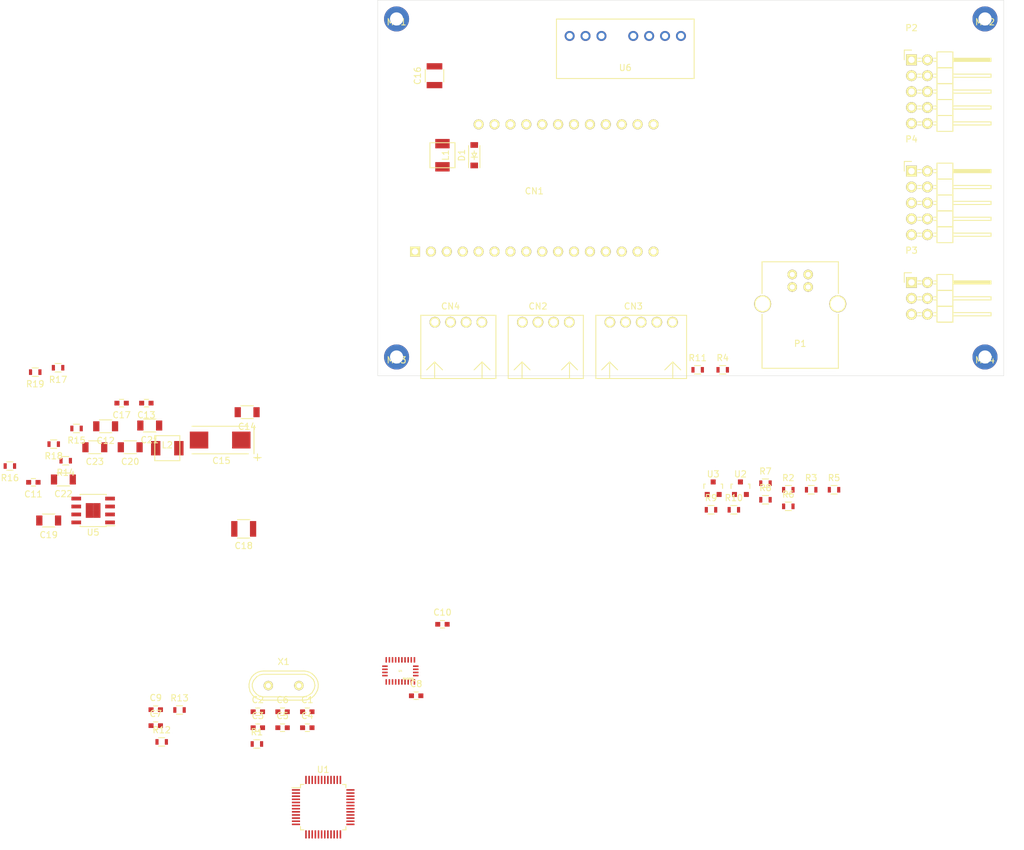
<source format=kicad_pcb>
(kicad_pcb (version 20171130) (host pcbnew 5.1.5-52549c5~86~ubuntu18.04.1)

  (general
    (thickness 1.6)
    (drawings 4)
    (tracks 0)
    (zones 0)
    (modules 64)
    (nets 99)
  )

  (page A4)
  (layers
    (0 F.Cu signal)
    (31 B.Cu signal)
    (32 B.Adhes user)
    (33 F.Adhes user)
    (34 B.Paste user)
    (35 F.Paste user)
    (36 B.SilkS user)
    (37 F.SilkS user)
    (38 B.Mask user)
    (39 F.Mask user)
    (40 Dwgs.User user)
    (41 Cmts.User user)
    (42 Eco1.User user)
    (43 Eco2.User user)
    (44 Edge.Cuts user)
    (45 Margin user)
    (46 B.CrtYd user)
    (47 F.CrtYd user)
    (48 B.Fab user)
    (49 F.Fab user)
  )

  (setup
    (last_trace_width 0.25)
    (trace_clearance 0.2)
    (zone_clearance 0.508)
    (zone_45_only no)
    (trace_min 0.2)
    (via_size 0.8)
    (via_drill 0.4)
    (via_min_size 0.4)
    (via_min_drill 0.3)
    (uvia_size 0.3)
    (uvia_drill 0.1)
    (uvias_allowed no)
    (uvia_min_size 0.2)
    (uvia_min_drill 0.1)
    (edge_width 0.05)
    (segment_width 0.2)
    (pcb_text_width 0.3)
    (pcb_text_size 1.5 1.5)
    (mod_edge_width 0.12)
    (mod_text_size 1 1)
    (mod_text_width 0.15)
    (pad_size 2.54 2.54)
    (pad_drill 2.54)
    (pad_to_mask_clearance 0.051)
    (solder_mask_min_width 0.25)
    (aux_axis_origin 0 0)
    (visible_elements FFFFFF7F)
    (pcbplotparams
      (layerselection 0x010fc_ffffffff)
      (usegerberextensions false)
      (usegerberattributes false)
      (usegerberadvancedattributes false)
      (creategerberjobfile false)
      (excludeedgelayer true)
      (linewidth 0.100000)
      (plotframeref false)
      (viasonmask false)
      (mode 1)
      (useauxorigin false)
      (hpglpennumber 1)
      (hpglpenspeed 20)
      (hpglpendiameter 15.000000)
      (psnegative false)
      (psa4output false)
      (plotreference true)
      (plotvalue true)
      (plotinvisibletext false)
      (padsonsilk false)
      (subtractmaskfromsilk false)
      (outputformat 1)
      (mirror false)
      (drillshape 1)
      (scaleselection 1)
      (outputdirectory ""))
  )

  (net 0 "")
  (net 1 GND)
  (net 2 +3V3)
  (net 3 OSC_IN)
  (net 4 OSC_OUT)
  (net 5 "Net-(C7-Pad1)")
  (net 6 /power/REG_5V_COMP)
  (net 7 +12V)
  (net 8 /power/REG_5V_COMP_C)
  (net 9 /power/VIN)
  (net 10 "Net-(C15-Pad2)")
  (net 11 /power/REG_5V_BOOT)
  (net 12 /power/REG_5V_PH)
  (net 13 +5V)
  (net 14 RESET)
  (net 15 "Net-(CN1-Pad3)")
  (net 16 VIN_MEAS)
  (net 17 "Net-(CN1-Pad6)")
  (net 18 "Net-(CN1-Pad7)")
  (net 19 "Net-(CN1-Pad8)")
  (net 20 EM_STOP_D)
  (net 21 "Net-(CN1-Pad10)")
  (net 22 "Net-(CN1-Pad11)")
  (net 23 "Net-(CN1-Pad12)")
  (net 24 "Net-(CN1-Pad13)")
  (net 25 "Net-(CN1-Pad14)")
  (net 26 "Net-(CN1-Pad15)")
  (net 27 I2C_SCL)
  (net 28 PWM4)
  (net 29 PWM3)
  (net 30 PWM2)
  (net 31 PWM1)
  (net 32 INH12)
  (net 33 INH34)
  (net 34 "Net-(CN1-Pad25)")
  (net 35 "Net-(CN1-Pad26)")
  (net 36 "Net-(CN1-Pad27)")
  (net 37 VBAT)
  (net 38 I2C_SDA)
  (net 39 "Net-(CN2-Pad3)")
  (net 40 "Net-(CN2-Pad2)")
  (net 41 LIDAR_TX)
  (net 42 LIDAR_RX)
  (net 43 LIDAR_PWM)
  (net 44 GPS_RX)
  (net 45 GPS_TX)
  (net 46 /power/VIN_D)
  (net 47 "Net-(P1-Pad3)")
  (net 48 "Net-(P1-Pad2)")
  (net 49 "Net-(P2-Pad10)")
  (net 50 "Net-(P2-Pad9)")
  (net 51 "Net-(P2-Pad7)")
  (net 52 "Net-(P2-Pad5)")
  (net 53 SWDIO)
  (net 54 "Net-(P2-Pad3)")
  (net 55 SWCLK)
  (net 56 "Net-(P2-Pad1)")
  (net 57 "Net-(P3-Pad4)")
  (net 58 "Net-(P3-Pad3)")
  (net 59 SPI_MOSI)
  (net 60 GPIO)
  (net 61 SPI_MISO)
  (net 62 SPI_SCK)
  (net 63 USB-)
  (net 64 USB+)
  (net 65 BOOT0)
  (net 66 BOOT1)
  (net 67 KVH_RX)
  (net 68 KVH_TX)
  (net 69 "Net-(R12-Pad2)")
  (net 70 "Net-(R13-Pad2)")
  (net 71 /power/REG_5V_RT)
  (net 72 "Net-(R16-Pad2)")
  (net 73 /power/REG_5V_SENSE)
  (net 74 "Net-(U1-Pad46)")
  (net 75 "Net-(U1-Pad38)")
  (net 76 "Net-(U1-Pad29)")
  (net 77 "Net-(U1-Pad28)")
  (net 78 "Net-(U1-Pad27)")
  (net 79 "Net-(U1-Pad26)")
  (net 80 "Net-(U1-Pad25)")
  (net 81 "Net-(U1-Pad6)")
  (net 82 "Net-(U1-Pad5)")
  (net 83 "Net-(U1-Pad1)")
  (net 84 "Net-(U4-Pad27)")
  (net 85 "Net-(U4-Pad26)")
  (net 86 "Net-(U4-Pad24)")
  (net 87 "Net-(U4-Pad23)")
  (net 88 "Net-(U4-Pad22)")
  (net 89 "Net-(U4-Pad21)")
  (net 90 "Net-(U4-Pad14)")
  (net 91 "Net-(U4-Pad13)")
  (net 92 "Net-(U4-Pad12)")
  (net 93 "Net-(U4-Pad8)")
  (net 94 "Net-(U4-Pad7)")
  (net 95 "Net-(U4-Pad1)")
  (net 96 "Net-(U5-Pad7)")
  (net 97 "Net-(U6-Pad8)")
  (net 98 "Net-(U6-Pad5)")

  (net_class Default "This is the default net class."
    (clearance 0.2)
    (trace_width 0.25)
    (via_dia 0.8)
    (via_drill 0.4)
    (uvia_dia 0.3)
    (uvia_drill 0.1)
    (add_net +12V)
    (add_net +3V3)
    (add_net +5V)
    (add_net /power/REG_5V_BOOT)
    (add_net /power/REG_5V_COMP)
    (add_net /power/REG_5V_COMP_C)
    (add_net /power/REG_5V_PH)
    (add_net /power/REG_5V_RT)
    (add_net /power/REG_5V_SENSE)
    (add_net /power/VIN)
    (add_net /power/VIN_D)
    (add_net BOOT0)
    (add_net BOOT1)
    (add_net EM_STOP_D)
    (add_net GND)
    (add_net GPIO)
    (add_net GPS_RX)
    (add_net GPS_TX)
    (add_net I2C_SCL)
    (add_net I2C_SDA)
    (add_net INH12)
    (add_net INH34)
    (add_net KVH_RX)
    (add_net KVH_TX)
    (add_net LIDAR_PWM)
    (add_net LIDAR_RX)
    (add_net LIDAR_TX)
    (add_net "Net-(C15-Pad2)")
    (add_net "Net-(C7-Pad1)")
    (add_net "Net-(CN1-Pad10)")
    (add_net "Net-(CN1-Pad11)")
    (add_net "Net-(CN1-Pad12)")
    (add_net "Net-(CN1-Pad13)")
    (add_net "Net-(CN1-Pad14)")
    (add_net "Net-(CN1-Pad15)")
    (add_net "Net-(CN1-Pad25)")
    (add_net "Net-(CN1-Pad26)")
    (add_net "Net-(CN1-Pad27)")
    (add_net "Net-(CN1-Pad3)")
    (add_net "Net-(CN1-Pad6)")
    (add_net "Net-(CN1-Pad7)")
    (add_net "Net-(CN1-Pad8)")
    (add_net "Net-(CN2-Pad2)")
    (add_net "Net-(CN2-Pad3)")
    (add_net "Net-(P1-Pad2)")
    (add_net "Net-(P1-Pad3)")
    (add_net "Net-(P2-Pad1)")
    (add_net "Net-(P2-Pad10)")
    (add_net "Net-(P2-Pad3)")
    (add_net "Net-(P2-Pad5)")
    (add_net "Net-(P2-Pad7)")
    (add_net "Net-(P2-Pad9)")
    (add_net "Net-(P3-Pad3)")
    (add_net "Net-(P3-Pad4)")
    (add_net "Net-(R12-Pad2)")
    (add_net "Net-(R13-Pad2)")
    (add_net "Net-(R16-Pad2)")
    (add_net "Net-(U1-Pad1)")
    (add_net "Net-(U1-Pad25)")
    (add_net "Net-(U1-Pad26)")
    (add_net "Net-(U1-Pad27)")
    (add_net "Net-(U1-Pad28)")
    (add_net "Net-(U1-Pad29)")
    (add_net "Net-(U1-Pad38)")
    (add_net "Net-(U1-Pad46)")
    (add_net "Net-(U1-Pad5)")
    (add_net "Net-(U1-Pad6)")
    (add_net "Net-(U4-Pad1)")
    (add_net "Net-(U4-Pad12)")
    (add_net "Net-(U4-Pad13)")
    (add_net "Net-(U4-Pad14)")
    (add_net "Net-(U4-Pad21)")
    (add_net "Net-(U4-Pad22)")
    (add_net "Net-(U4-Pad23)")
    (add_net "Net-(U4-Pad24)")
    (add_net "Net-(U4-Pad26)")
    (add_net "Net-(U4-Pad27)")
    (add_net "Net-(U4-Pad7)")
    (add_net "Net-(U4-Pad8)")
    (add_net "Net-(U5-Pad7)")
    (add_net "Net-(U6-Pad5)")
    (add_net "Net-(U6-Pad8)")
    (add_net OSC_IN)
    (add_net OSC_OUT)
    (add_net PWM1)
    (add_net PWM2)
    (add_net PWM3)
    (add_net PWM4)
    (add_net RESET)
    (add_net SPI_MISO)
    (add_net SPI_MOSI)
    (add_net SPI_SCK)
    (add_net SWCLK)
    (add_net SWDIO)
    (add_net USB+)
    (add_net USB-)
    (add_net VBAT)
    (add_net VIN_MEAS)
  )

  (module MECH_mounting_holes:MH_210_400_NP (layer F.Cu) (tedit 5CB42FA7) (tstamp 5E8A6401)
    (at 93 97)
    (fp_text reference MH3 (at 0 0.5) (layer F.SilkS)
      (effects (font (size 1 1) (thickness 0.15)))
    )
    (fp_text value MH_210_400_NP (at 0 -0.5) (layer F.Fab)
      (effects (font (size 1 1) (thickness 0.15)))
    )
    (pad "" np_thru_hole circle (at 0 0) (size 4 4) (drill 2.1) (layers *.Cu *.Mask))
  )

  (module MECH_mounting_holes:MH_210_400_NP (layer F.Cu) (tedit 5CB42FA7) (tstamp 5E8A6401)
    (at 187 97)
    (fp_text reference MH4 (at 0 0.5) (layer F.SilkS)
      (effects (font (size 1 1) (thickness 0.15)))
    )
    (fp_text value MH_210_400_NP (at 0 -0.5) (layer F.Fab)
      (effects (font (size 1 1) (thickness 0.15)))
    )
    (pad "" np_thru_hole circle (at 0 0) (size 4 4) (drill 2.1) (layers *.Cu *.Mask))
  )

  (module MECH_mounting_holes:MH_210_400_NP (layer F.Cu) (tedit 5CB42FA7) (tstamp 5E8A6401)
    (at 187 43)
    (fp_text reference MH2 (at 0 0.5) (layer F.SilkS)
      (effects (font (size 1 1) (thickness 0.15)))
    )
    (fp_text value MH_210_400_NP (at 0 -0.5) (layer F.Fab)
      (effects (font (size 1 1) (thickness 0.15)))
    )
    (pad "" np_thru_hole circle (at 0 0) (size 4 4) (drill 2.1) (layers *.Cu *.Mask))
  )

  (module MECH_mounting_holes:MH_210_400_NP (layer F.Cu) (tedit 5CB42FA7) (tstamp 5E8A63EE)
    (at 93 43)
    (fp_text reference MH1 (at 0 0.5) (layer F.SilkS)
      (effects (font (size 1 1) (thickness 0.15)))
    )
    (fp_text value MH_210_400_NP (at 0 -0.5) (layer F.Fab)
      (effects (font (size 1 1) (thickness 0.15)))
    )
    (pad "" np_thru_hole circle (at 0 0) (size 4 4) (drill 2.1) (layers *.Cu *.Mask))
  )

  (module crystals:Crystal_HC49-U_Vertical (layer F.Cu) (tedit 0) (tstamp 5E8A0F43)
    (at 74.95942 149.48918)
    (descr "Crystal, Quarz, HC49/U, vertical, stehend,")
    (tags "Crystal, Quarz, HC49/U, vertical, stehend,")
    (path /5E89B855)
    (fp_text reference X1 (at 0 -3.81) (layer F.SilkS)
      (effects (font (size 1 1) (thickness 0.15)))
    )
    (fp_text value 8MHz (at 0 3.81) (layer F.Fab)
      (effects (font (size 1 1) (thickness 0.15)))
    )
    (fp_line (start -3.2004 -2.32918) (end 3.2512 -2.32918) (layer F.SilkS) (width 0.15))
    (fp_line (start 3.6703 2.29108) (end 4.16052 2.1209) (layer F.SilkS) (width 0.15))
    (fp_line (start 3.2512 2.32918) (end 3.6703 2.29108) (layer F.SilkS) (width 0.15))
    (fp_line (start -3.2004 2.32918) (end 3.2512 2.32918) (layer F.SilkS) (width 0.15))
    (fp_line (start 3.73126 -2.2606) (end 3.2893 -2.32918) (layer F.SilkS) (width 0.15))
    (fp_line (start 4.16052 -2.1209) (end 3.73126 -2.2606) (layer F.SilkS) (width 0.15))
    (fp_line (start 4.54914 -1.88976) (end 4.16052 -2.1209) (layer F.SilkS) (width 0.15))
    (fp_line (start 4.89966 -1.56972) (end 4.54914 -1.88976) (layer F.SilkS) (width 0.15))
    (fp_line (start 5.26034 -1.09982) (end 4.89966 -1.56972) (layer F.SilkS) (width 0.15))
    (fp_line (start 5.45084 -0.65024) (end 5.26034 -1.09982) (layer F.SilkS) (width 0.15))
    (fp_line (start 5.53974 -0.1905) (end 5.45084 -0.65024) (layer F.SilkS) (width 0.15))
    (fp_line (start 5.51942 0.26924) (end 5.53974 -0.1905) (layer F.SilkS) (width 0.15))
    (fp_line (start 5.4102 0.73914) (end 5.51942 0.26924) (layer F.SilkS) (width 0.15))
    (fp_line (start 5.11048 1.29032) (end 5.4102 0.73914) (layer F.SilkS) (width 0.15))
    (fp_line (start 4.85902 1.62052) (end 5.11048 1.29032) (layer F.SilkS) (width 0.15))
    (fp_line (start 4.53898 1.89992) (end 4.85902 1.62052) (layer F.SilkS) (width 0.15))
    (fp_line (start 4.16052 2.1209) (end 4.53898 1.89992) (layer F.SilkS) (width 0.15))
    (fp_line (start -3.6195 2.30886) (end -3.18008 2.33934) (layer F.SilkS) (width 0.15))
    (fp_line (start -4.06908 2.14884) (end -3.6195 2.30886) (layer F.SilkS) (width 0.15))
    (fp_line (start -4.49072 1.94056) (end -4.06908 2.14884) (layer F.SilkS) (width 0.15))
    (fp_line (start -4.95046 1.56972) (end -4.49072 1.94056) (layer F.SilkS) (width 0.15))
    (fp_line (start -5.34924 0.98044) (end -4.95046 1.56972) (layer F.SilkS) (width 0.15))
    (fp_line (start -5.51942 0.2794) (end -5.34924 0.98044) (layer F.SilkS) (width 0.15))
    (fp_line (start -5.51942 -0.23114) (end -5.51942 0.2794) (layer F.SilkS) (width 0.15))
    (fp_line (start -5.38988 -0.83058) (end -5.51942 -0.23114) (layer F.SilkS) (width 0.15))
    (fp_line (start -5.10032 -1.36906) (end -5.38988 -0.83058) (layer F.SilkS) (width 0.15))
    (fp_line (start -4.77012 -1.71958) (end -5.10032 -1.36906) (layer F.SilkS) (width 0.15))
    (fp_line (start -4.48056 -1.95072) (end -4.77012 -1.71958) (layer F.SilkS) (width 0.15))
    (fp_line (start -4.04876 -2.16916) (end -4.48056 -1.95072) (layer F.SilkS) (width 0.15))
    (fp_line (start -3.64998 -2.28092) (end -4.04876 -2.16916) (layer F.SilkS) (width 0.15))
    (fp_line (start -3.19024 -2.32918) (end -3.64998 -2.28092) (layer F.SilkS) (width 0.15))
    (fp_line (start 4.30022 -1.39954) (end 4.8006 -0.89916) (layer F.SilkS) (width 0.15))
    (fp_line (start 3.79984 -1.69926) (end 4.30022 -1.39954) (layer F.SilkS) (width 0.15))
    (fp_line (start 3.40106 -1.80086) (end 3.79984 -1.69926) (layer F.SilkS) (width 0.15))
    (fp_line (start -3.2004 -1.80086) (end 3.40106 -1.80086) (layer F.SilkS) (width 0.15))
    (fp_line (start -3.79984 -1.69926) (end -3.29946 -1.80086) (layer F.SilkS) (width 0.15))
    (fp_line (start -4.30022 -1.39954) (end -3.79984 -1.69926) (layer F.SilkS) (width 0.15))
    (fp_line (start -4.8006 -0.8001) (end -4.30022 -1.39954) (layer F.SilkS) (width 0.15))
    (fp_line (start -5.00126 -0.29972) (end -4.8006 -0.8001) (layer F.SilkS) (width 0.15))
    (fp_line (start -5.00126 0.20066) (end -5.00126 -0.29972) (layer F.SilkS) (width 0.15))
    (fp_line (start -4.8006 0.8001) (end -5.00126 0.20066) (layer F.SilkS) (width 0.15))
    (fp_line (start -4.39928 1.30048) (end -4.8006 0.8001) (layer F.SilkS) (width 0.15))
    (fp_line (start -4.0005 1.6002) (end -4.39928 1.30048) (layer F.SilkS) (width 0.15))
    (fp_line (start -3.29946 1.80086) (end -4.0005 1.6002) (layer F.SilkS) (width 0.15))
    (fp_line (start 3.29946 1.80086) (end -3.29946 1.80086) (layer F.SilkS) (width 0.15))
    (fp_line (start 3.8989 1.6002) (end 3.29946 1.80086) (layer F.SilkS) (width 0.15))
    (fp_line (start 4.50088 1.19888) (end 3.8989 1.6002) (layer F.SilkS) (width 0.15))
    (fp_line (start 4.89966 0.50038) (end 4.50088 1.19888) (layer F.SilkS) (width 0.15))
    (fp_line (start 5.00126 0) (end 4.89966 0.50038) (layer F.SilkS) (width 0.15))
    (fp_line (start 4.89966 -0.59944) (end 5.00126 0) (layer F.SilkS) (width 0.15))
    (fp_line (start 4.699 -1.00076) (end 4.89966 -0.59944) (layer F.SilkS) (width 0.15))
    (pad 2 thru_hole circle (at 2.44094 0) (size 1.50114 1.50114) (drill 0.8001) (layers *.Cu *.Mask F.SilkS))
    (pad 1 thru_hole circle (at -2.44094 0) (size 1.50114 1.50114) (drill 0.8001) (layers *.Cu *.Mask F.SilkS)
      (net 3 OSC_IN))
  )

  (module MODULE_power:GAPTEC_6S8W4_1.6RP (layer F.Cu) (tedit 5E3C54A5) (tstamp 5E8A0F0A)
    (at 129.54 45.72)
    (path /5E9A2887/5E3D4DCC)
    (fp_text reference U6 (at 0 5.08) (layer F.SilkS)
      (effects (font (size 1 1) (thickness 0.15)))
    )
    (fp_text value GAPTEC_6S8W4_1.6RP (at 0 2.54) (layer F.Fab)
      (effects (font (size 1 1) (thickness 0.15)))
    )
    (fp_line (start 11 -2.7) (end 11 6.8) (layer F.SilkS) (width 0.15))
    (fp_line (start -11 6.8) (end 11 6.8) (layer F.SilkS) (width 0.15))
    (fp_line (start -11 -2.7) (end -11 6.8) (layer F.SilkS) (width 0.15))
    (fp_line (start -11 -2.7) (end 11 -2.7) (layer F.SilkS) (width 0.15))
    (pad 8 thru_hole circle (at 8.89 0) (size 1.6 1.6) (drill 1) (layers *.Cu *.Mask)
      (net 97 "Net-(U6-Pad8)"))
    (pad 7 thru_hole circle (at 6.35 0) (size 1.6 1.6) (drill 1) (layers *.Cu *.Mask)
      (net 1 GND))
    (pad 6 thru_hole circle (at 3.81 0) (size 1.6 1.6) (drill 1) (layers *.Cu *.Mask)
      (net 7 +12V))
    (pad 5 thru_hole circle (at 1.27 0) (size 1.6 1.6) (drill 1) (layers *.Cu *.Mask)
      (net 98 "Net-(U6-Pad5)"))
    (pad 3 thru_hole circle (at -3.81 0) (size 1.6 1.6) (drill 1) (layers *.Cu *.Mask)
      (net 72 "Net-(R16-Pad2)"))
    (pad 2 thru_hole circle (at -6.35 0) (size 1.6 1.6) (drill 1) (layers *.Cu *.Mask)
      (net 9 /power/VIN))
    (pad 1 thru_hole circle (at -8.89 0) (size 1.6 1.6) (drill 1) (layers *.Cu *.Mask)
      (net 10 "Net-(C15-Pad2)"))
  )

  (module SOIC:SOIC-8-1EP_3.9x4.9mm_Pitch1.27mm (layer F.Cu) (tedit 54130A77) (tstamp 5E8A0EFB)
    (at 44.53 121.52 180)
    (descr "8-Lead Thermally Enhanced Plastic Small Outline (SE) - Narrow, 3.90 mm Body [SOIC] (see Microchip Packaging Specification 00000049BS.pdf)")
    (tags "SOIC 1.27")
    (path /5E9A2887/5E4197F3)
    (attr smd)
    (fp_text reference U5 (at 0 -3.5) (layer F.SilkS)
      (effects (font (size 1 1) (thickness 0.15)))
    )
    (fp_text value TPS54335A (at 0 3.5) (layer F.Fab)
      (effects (font (size 1 1) (thickness 0.15)))
    )
    (fp_line (start -2.075 -2.43) (end -3.475 -2.43) (layer F.SilkS) (width 0.15))
    (fp_line (start -2.075 2.575) (end 2.075 2.575) (layer F.SilkS) (width 0.15))
    (fp_line (start -2.075 -2.575) (end 2.075 -2.575) (layer F.SilkS) (width 0.15))
    (fp_line (start -2.075 2.575) (end -2.075 2.43) (layer F.SilkS) (width 0.15))
    (fp_line (start 2.075 2.575) (end 2.075 2.43) (layer F.SilkS) (width 0.15))
    (fp_line (start 2.075 -2.575) (end 2.075 -2.43) (layer F.SilkS) (width 0.15))
    (fp_line (start -2.075 -2.575) (end -2.075 -2.43) (layer F.SilkS) (width 0.15))
    (fp_line (start -3.75 2.75) (end 3.75 2.75) (layer F.CrtYd) (width 0.05))
    (fp_line (start -3.75 -2.75) (end 3.75 -2.75) (layer F.CrtYd) (width 0.05))
    (fp_line (start 3.75 -2.75) (end 3.75 2.75) (layer F.CrtYd) (width 0.05))
    (fp_line (start -3.75 -2.75) (end -3.75 2.75) (layer F.CrtYd) (width 0.05))
    (pad 9 smd rect (at -0.5875 -0.5875 180) (size 1.175 1.175) (layers F.Cu F.Paste F.Mask)
      (net 1 GND) (solder_paste_margin_ratio -0.2))
    (pad 9 smd rect (at -0.5875 0.5875 180) (size 1.175 1.175) (layers F.Cu F.Paste F.Mask)
      (net 1 GND) (solder_paste_margin_ratio -0.2))
    (pad 9 smd rect (at 0.5875 -0.5875 180) (size 1.175 1.175) (layers F.Cu F.Paste F.Mask)
      (net 1 GND) (solder_paste_margin_ratio -0.2))
    (pad 9 smd rect (at 0.5875 0.5875 180) (size 1.175 1.175) (layers F.Cu F.Paste F.Mask)
      (net 1 GND) (solder_paste_margin_ratio -0.2))
    (pad 8 smd rect (at 2.7 -1.905 180) (size 1.55 0.6) (layers F.Cu F.Paste F.Mask)
      (net 71 /power/REG_5V_RT))
    (pad 7 smd rect (at 2.7 -0.635 180) (size 1.55 0.6) (layers F.Cu F.Paste F.Mask)
      (net 96 "Net-(U5-Pad7)"))
    (pad 6 smd rect (at 2.7 0.635 180) (size 1.55 0.6) (layers F.Cu F.Paste F.Mask)
      (net 6 /power/REG_5V_COMP))
    (pad 5 smd rect (at 2.7 1.905 180) (size 1.55 0.6) (layers F.Cu F.Paste F.Mask)
      (net 73 /power/REG_5V_SENSE))
    (pad 4 smd rect (at -2.7 1.905 180) (size 1.55 0.6) (layers F.Cu F.Paste F.Mask)
      (net 1 GND))
    (pad 3 smd rect (at -2.7 0.635 180) (size 1.55 0.6) (layers F.Cu F.Paste F.Mask)
      (net 12 /power/REG_5V_PH))
    (pad 2 smd rect (at -2.7 -0.635 180) (size 1.55 0.6) (layers F.Cu F.Paste F.Mask)
      (net 7 +12V))
    (pad 1 smd rect (at -2.7 -1.905 180) (size 1.55 0.6) (layers F.Cu F.Paste F.Mask)
      (net 11 /power/REG_5V_BOOT))
    (model SOIC.3dshapes/SOIC-8-1EP_3.9x4.9mm_Pitch1.27mm.wrl
      (at (xyz 0 0 0))
      (scale (xyz 1 1 1))
      (rotate (xyz 0 0 0))
    )
  )

  (module LGA:LGA-28-5832 (layer F.Cu) (tedit 54FDFE1B) (tstamp 5E8A0EE0)
    (at 93.604999 147.144999)
    (path /5E9DEA3D/5E9F6D36)
    (fp_text reference U4 (at 0 0) (layer F.SilkS)
      (effects (font (size 0.3 0.3) (thickness 0.075)))
    )
    (fp_text value BNO055 (at 1.27 1.27) (layer F.SilkS)
      (effects (font (size 0.3 0.3) (thickness 0.075)))
    )
    (fp_line (start -2.6 1.9) (end -2.6 -1.9) (layer F.SilkS) (width 0.01))
    (fp_line (start 2.6 1.9) (end -2.6 1.9) (layer F.SilkS) (width 0.01))
    (fp_line (start 2.6 -1.9) (end 2.6 1.9) (layer F.SilkS) (width 0.01))
    (fp_line (start -2.6 -1.9) (end 2.6 -1.9) (layer F.SilkS) (width 0.01))
    (fp_circle (center -1.8 -1.2) (end -1.8 -1.1) (layer F.SilkS) (width 0.01))
    (pad 28 smd rect (at -1.75 -1.7625) (size 0.25 0.875) (layers F.Cu F.Paste F.Mask)
      (net 2 +3V3))
    (pad 27 smd rect (at -1.25 -1.7625) (size 0.25 0.875) (layers F.Cu F.Paste F.Mask)
      (net 84 "Net-(U4-Pad27)"))
    (pad 26 smd rect (at -0.75 -1.7625) (size 0.25 0.875) (layers F.Cu F.Paste F.Mask)
      (net 85 "Net-(U4-Pad26)"))
    (pad 25 smd rect (at -0.25 -1.7625) (size 0.25 0.875) (layers F.Cu F.Paste F.Mask)
      (net 1 GND))
    (pad 24 smd rect (at 0.25 -1.7625) (size 0.25 0.875) (layers F.Cu F.Paste F.Mask)
      (net 86 "Net-(U4-Pad24)"))
    (pad 23 smd rect (at 0.75 -1.7625) (size 0.25 0.875) (layers F.Cu F.Paste F.Mask)
      (net 87 "Net-(U4-Pad23)"))
    (pad 22 smd rect (at 1.25 -1.7625) (size 0.25 0.875) (layers F.Cu F.Paste F.Mask)
      (net 88 "Net-(U4-Pad22)"))
    (pad 21 smd rect (at 1.75 -1.7625) (size 0.25 0.875) (layers F.Cu F.Paste F.Mask)
      (net 89 "Net-(U4-Pad21)"))
    (pad 20 smd rect (at 2.25 -1.7625) (size 0.25 0.875) (layers F.Cu F.Paste F.Mask)
      (net 38 I2C_SDA))
    (pad 19 smd rect (at 2.4625 -0.75) (size 0.875 0.25) (layers F.Cu F.Paste F.Mask)
      (net 27 I2C_SCL))
    (pad 18 smd rect (at 2.4625 -0.25) (size 0.875 0.25) (layers F.Cu F.Paste F.Mask)
      (net 1 GND))
    (pad 17 smd rect (at 2.4625 0.25) (size 0.875 0.25) (layers F.Cu F.Paste F.Mask)
      (net 1 GND))
    (pad 16 smd rect (at 2.4625 0.75) (size 0.875 0.25) (layers F.Cu F.Paste F.Mask)
      (net 1 GND))
    (pad 15 smd rect (at 2.25 1.7625) (size 0.25 0.875) (layers F.Cu F.Paste F.Mask)
      (net 1 GND))
    (pad 14 smd rect (at 1.75 1.7625) (size 0.25 0.875) (layers F.Cu F.Paste F.Mask)
      (net 90 "Net-(U4-Pad14)"))
    (pad 13 smd rect (at 1.25 1.7625) (size 0.25 0.875) (layers F.Cu F.Paste F.Mask)
      (net 91 "Net-(U4-Pad13)"))
    (pad 12 smd rect (at 0.75 1.7625) (size 0.25 0.875) (layers F.Cu F.Paste F.Mask)
      (net 92 "Net-(U4-Pad12)"))
    (pad 11 smd rect (at 0.25 1.7625) (size 0.25 0.875) (layers F.Cu F.Paste F.Mask)
      (net 69 "Net-(R12-Pad2)"))
    (pad 10 smd rect (at -0.25 1.7625) (size 0.25 0.875) (layers F.Cu F.Paste F.Mask)
      (net 1 GND))
    (pad 9 smd rect (at -0.75 1.7625) (size 0.25 0.875) (layers F.Cu F.Paste F.Mask)
      (net 5 "Net-(C7-Pad1)"))
    (pad 8 smd rect (at -1.25 1.7625) (size 0.25 0.875) (layers F.Cu F.Paste F.Mask)
      (net 93 "Net-(U4-Pad8)"))
    (pad 7 smd rect (at -1.75 1.7625) (size 0.25 0.875) (layers F.Cu F.Paste F.Mask)
      (net 94 "Net-(U4-Pad7)"))
    (pad 6 smd rect (at -2.25 1.7625) (size 0.25 0.875) (layers F.Cu F.Paste F.Mask)
      (net 1 GND))
    (pad 5 smd rect (at -2.4625 0.75) (size 0.875 0.25) (layers F.Cu F.Paste F.Mask)
      (net 1 GND))
    (pad 4 smd rect (at -2.4625 0.25) (size 0.875 0.25) (layers F.Cu F.Paste F.Mask)
      (net 70 "Net-(R13-Pad2)"))
    (pad 3 smd rect (at -2.4625 -0.25) (size 0.875 0.25) (layers F.Cu F.Paste F.Mask)
      (net 2 +3V3))
    (pad 2 smd rect (at -2.4625 -0.75) (size 0.875 0.25) (layers F.Cu F.Paste F.Mask)
      (net 1 GND))
    (pad 1 smd rect (at -2.25 -1.7625) (size 0.25 0.875) (layers F.Cu F.Paste F.Mask)
      (net 95 "Net-(U4-Pad1)"))
  )

  (module SOT_TO:SOT-23 (layer F.Cu) (tedit 553634F8) (tstamp 5E8A0EBB)
    (at 143.58 117.96)
    (descr "SOT-23, Standard")
    (tags SOT-23)
    (path /5E8D351D/5E8FE9C5)
    (attr smd)
    (fp_text reference U3 (at 0 -2.25) (layer F.SilkS)
      (effects (font (size 1 1) (thickness 0.15)))
    )
    (fp_text value BSS138 (at 0 2.3) (layer F.Fab)
      (effects (font (size 1 1) (thickness 0.15)))
    )
    (fp_line (start 1.49982 -0.65024) (end 1.49982 0.0508) (layer F.SilkS) (width 0.15))
    (fp_line (start 1.29916 -0.65024) (end 1.49982 -0.65024) (layer F.SilkS) (width 0.15))
    (fp_line (start -1.49982 -0.65024) (end -1.2509 -0.65024) (layer F.SilkS) (width 0.15))
    (fp_line (start -1.49982 0.0508) (end -1.49982 -0.65024) (layer F.SilkS) (width 0.15))
    (fp_line (start 1.29916 -0.65024) (end 1.2509 -0.65024) (layer F.SilkS) (width 0.15))
    (fp_line (start -1.65 1.6) (end -1.65 -1.6) (layer F.CrtYd) (width 0.05))
    (fp_line (start 1.65 1.6) (end -1.65 1.6) (layer F.CrtYd) (width 0.05))
    (fp_line (start 1.65 -1.6) (end 1.65 1.6) (layer F.CrtYd) (width 0.05))
    (fp_line (start -1.65 -1.6) (end 1.65 -1.6) (layer F.CrtYd) (width 0.05))
    (pad 3 smd rect (at 0 -0.99822) (size 0.8001 0.8001) (layers F.Cu F.Paste F.Mask)
      (net 40 "Net-(CN2-Pad2)"))
    (pad 2 smd rect (at 0.95 1.00076) (size 0.8001 0.8001) (layers F.Cu F.Paste F.Mask)
      (net 1 GND))
    (pad 1 smd rect (at -0.95 1.00076) (size 0.8001 0.8001) (layers F.Cu F.Paste F.Mask)
      (net 68 KVH_TX))
    (model TO_SOT_Packages_SMD.3dshapes/SOT-23.wrl
      (at (xyz 0 0 0))
      (scale (xyz 1 1 1))
      (rotate (xyz 0 0 0))
    )
  )

  (module SOT_TO:SOT-23 (layer F.Cu) (tedit 553634F8) (tstamp 5E8A0EAB)
    (at 147.93 117.96)
    (descr "SOT-23, Standard")
    (tags SOT-23)
    (path /5E8D351D/5E8FDFCC)
    (attr smd)
    (fp_text reference U2 (at 0 -2.25) (layer F.SilkS)
      (effects (font (size 1 1) (thickness 0.15)))
    )
    (fp_text value BSS138 (at 0 2.3) (layer F.Fab)
      (effects (font (size 1 1) (thickness 0.15)))
    )
    (fp_line (start 1.49982 -0.65024) (end 1.49982 0.0508) (layer F.SilkS) (width 0.15))
    (fp_line (start 1.29916 -0.65024) (end 1.49982 -0.65024) (layer F.SilkS) (width 0.15))
    (fp_line (start -1.49982 -0.65024) (end -1.2509 -0.65024) (layer F.SilkS) (width 0.15))
    (fp_line (start -1.49982 0.0508) (end -1.49982 -0.65024) (layer F.SilkS) (width 0.15))
    (fp_line (start 1.29916 -0.65024) (end 1.2509 -0.65024) (layer F.SilkS) (width 0.15))
    (fp_line (start -1.65 1.6) (end -1.65 -1.6) (layer F.CrtYd) (width 0.05))
    (fp_line (start 1.65 1.6) (end -1.65 1.6) (layer F.CrtYd) (width 0.05))
    (fp_line (start 1.65 -1.6) (end 1.65 1.6) (layer F.CrtYd) (width 0.05))
    (fp_line (start -1.65 -1.6) (end 1.65 -1.6) (layer F.CrtYd) (width 0.05))
    (pad 3 smd rect (at 0 -0.99822) (size 0.8001 0.8001) (layers F.Cu F.Paste F.Mask)
      (net 67 KVH_RX))
    (pad 2 smd rect (at 0.95 1.00076) (size 0.8001 0.8001) (layers F.Cu F.Paste F.Mask)
      (net 1 GND))
    (pad 1 smd rect (at -0.95 1.00076) (size 0.8001 0.8001) (layers F.Cu F.Paste F.Mask)
      (net 39 "Net-(CN2-Pad3)"))
    (model TO_SOT_Packages_SMD.3dshapes/SOT-23.wrl
      (at (xyz 0 0 0))
      (scale (xyz 1 1 1))
      (rotate (xyz 0 0 0))
    )
  )

  (module QFP:LQFP-48_7x7mm_Pitch0.5mm (layer F.Cu) (tedit 54130A77) (tstamp 5E8A0E9B)
    (at 81.28 168.91)
    (descr "48 LEAD LQFP 7x7mm (see MICREL LQFP7x7-48LD-PL-1.pdf)")
    (tags "QFP 0.5")
    (path /5E8916F8)
    (attr smd)
    (fp_text reference U1 (at 0 -6) (layer F.SilkS)
      (effects (font (size 1 1) (thickness 0.15)))
    )
    (fp_text value STM32F103C8Tx (at 0 6) (layer F.Fab)
      (effects (font (size 1 1) (thickness 0.15)))
    )
    (fp_line (start -3.625 -3.1) (end -5 -3.1) (layer F.SilkS) (width 0.15))
    (fp_line (start 3.625 -3.625) (end 3.1 -3.625) (layer F.SilkS) (width 0.15))
    (fp_line (start 3.625 3.625) (end 3.1 3.625) (layer F.SilkS) (width 0.15))
    (fp_line (start -3.625 3.625) (end -3.1 3.625) (layer F.SilkS) (width 0.15))
    (fp_line (start -3.625 -3.625) (end -3.1 -3.625) (layer F.SilkS) (width 0.15))
    (fp_line (start -3.625 3.625) (end -3.625 3.1) (layer F.SilkS) (width 0.15))
    (fp_line (start 3.625 3.625) (end 3.625 3.1) (layer F.SilkS) (width 0.15))
    (fp_line (start 3.625 -3.625) (end 3.625 -3.1) (layer F.SilkS) (width 0.15))
    (fp_line (start -3.625 -3.625) (end -3.625 -3.1) (layer F.SilkS) (width 0.15))
    (fp_line (start -5.25 5.25) (end 5.25 5.25) (layer F.CrtYd) (width 0.05))
    (fp_line (start -5.25 -5.25) (end 5.25 -5.25) (layer F.CrtYd) (width 0.05))
    (fp_line (start 5.25 -5.25) (end 5.25 5.25) (layer F.CrtYd) (width 0.05))
    (fp_line (start -5.25 -5.25) (end -5.25 5.25) (layer F.CrtYd) (width 0.05))
    (pad 48 smd rect (at -2.75 -4.35 90) (size 1.3 0.25) (layers F.Cu F.Paste F.Mask)
      (net 2 +3V3))
    (pad 47 smd rect (at -2.25 -4.35 90) (size 1.3 0.25) (layers F.Cu F.Paste F.Mask)
      (net 1 GND))
    (pad 46 smd rect (at -1.75 -4.35 90) (size 1.3 0.25) (layers F.Cu F.Paste F.Mask)
      (net 74 "Net-(U1-Pad46)"))
    (pad 45 smd rect (at -1.25 -4.35 90) (size 1.3 0.25) (layers F.Cu F.Paste F.Mask)
      (net 43 LIDAR_PWM))
    (pad 44 smd rect (at -0.75 -4.35 90) (size 1.3 0.25) (layers F.Cu F.Paste F.Mask)
      (net 65 BOOT0))
    (pad 43 smd rect (at -0.25 -4.35 90) (size 1.3 0.25) (layers F.Cu F.Paste F.Mask)
      (net 38 I2C_SDA))
    (pad 42 smd rect (at 0.25 -4.35 90) (size 1.3 0.25) (layers F.Cu F.Paste F.Mask)
      (net 27 I2C_SCL))
    (pad 41 smd rect (at 0.75 -4.35 90) (size 1.3 0.25) (layers F.Cu F.Paste F.Mask)
      (net 59 SPI_MOSI))
    (pad 40 smd rect (at 1.25 -4.35 90) (size 1.3 0.25) (layers F.Cu F.Paste F.Mask)
      (net 61 SPI_MISO))
    (pad 39 smd rect (at 1.75 -4.35 90) (size 1.3 0.25) (layers F.Cu F.Paste F.Mask)
      (net 62 SPI_SCK))
    (pad 38 smd rect (at 2.25 -4.35 90) (size 1.3 0.25) (layers F.Cu F.Paste F.Mask)
      (net 75 "Net-(U1-Pad38)"))
    (pad 37 smd rect (at 2.75 -4.35 90) (size 1.3 0.25) (layers F.Cu F.Paste F.Mask)
      (net 55 SWCLK))
    (pad 36 smd rect (at 4.35 -2.75) (size 1.3 0.25) (layers F.Cu F.Paste F.Mask)
      (net 2 +3V3))
    (pad 35 smd rect (at 4.35 -2.25) (size 1.3 0.25) (layers F.Cu F.Paste F.Mask)
      (net 1 GND))
    (pad 34 smd rect (at 4.35 -1.75) (size 1.3 0.25) (layers F.Cu F.Paste F.Mask)
      (net 53 SWDIO))
    (pad 33 smd rect (at 4.35 -1.25) (size 1.3 0.25) (layers F.Cu F.Paste F.Mask)
      (net 64 USB+))
    (pad 32 smd rect (at 4.35 -0.75) (size 1.3 0.25) (layers F.Cu F.Paste F.Mask)
      (net 63 USB-))
    (pad 31 smd rect (at 4.35 -0.25) (size 1.3 0.25) (layers F.Cu F.Paste F.Mask)
      (net 67 KVH_RX))
    (pad 30 smd rect (at 4.35 0.25) (size 1.3 0.25) (layers F.Cu F.Paste F.Mask)
      (net 68 KVH_TX))
    (pad 29 smd rect (at 4.35 0.75) (size 1.3 0.25) (layers F.Cu F.Paste F.Mask)
      (net 76 "Net-(U1-Pad29)"))
    (pad 28 smd rect (at 4.35 1.25) (size 1.3 0.25) (layers F.Cu F.Paste F.Mask)
      (net 77 "Net-(U1-Pad28)"))
    (pad 27 smd rect (at 4.35 1.75) (size 1.3 0.25) (layers F.Cu F.Paste F.Mask)
      (net 78 "Net-(U1-Pad27)"))
    (pad 26 smd rect (at 4.35 2.25) (size 1.3 0.25) (layers F.Cu F.Paste F.Mask)
      (net 79 "Net-(U1-Pad26)"))
    (pad 25 smd rect (at 4.35 2.75) (size 1.3 0.25) (layers F.Cu F.Paste F.Mask)
      (net 80 "Net-(U1-Pad25)"))
    (pad 24 smd rect (at 2.75 4.35 90) (size 1.3 0.25) (layers F.Cu F.Paste F.Mask)
      (net 2 +3V3))
    (pad 23 smd rect (at 2.25 4.35 90) (size 1.3 0.25) (layers F.Cu F.Paste F.Mask)
      (net 1 GND))
    (pad 22 smd rect (at 1.75 4.35 90) (size 1.3 0.25) (layers F.Cu F.Paste F.Mask)
      (net 44 GPS_RX))
    (pad 21 smd rect (at 1.25 4.35 90) (size 1.3 0.25) (layers F.Cu F.Paste F.Mask)
      (net 45 GPS_TX))
    (pad 20 smd rect (at 0.75 4.35 90) (size 1.3 0.25) (layers F.Cu F.Paste F.Mask)
      (net 66 BOOT1))
    (pad 19 smd rect (at 0.25 4.35 90) (size 1.3 0.25) (layers F.Cu F.Paste F.Mask)
      (net 31 PWM1))
    (pad 18 smd rect (at -0.25 4.35 90) (size 1.3 0.25) (layers F.Cu F.Paste F.Mask)
      (net 30 PWM2))
    (pad 17 smd rect (at -0.75 4.35 90) (size 1.3 0.25) (layers F.Cu F.Paste F.Mask)
      (net 29 PWM3))
    (pad 16 smd rect (at -1.25 4.35 90) (size 1.3 0.25) (layers F.Cu F.Paste F.Mask)
      (net 28 PWM4))
    (pad 15 smd rect (at -1.75 4.35 90) (size 1.3 0.25) (layers F.Cu F.Paste F.Mask)
      (net 32 INH12))
    (pad 14 smd rect (at -2.25 4.35 90) (size 1.3 0.25) (layers F.Cu F.Paste F.Mask)
      (net 33 INH34))
    (pad 13 smd rect (at -2.75 4.35 90) (size 1.3 0.25) (layers F.Cu F.Paste F.Mask)
      (net 42 LIDAR_RX))
    (pad 12 smd rect (at -4.35 2.75) (size 1.3 0.25) (layers F.Cu F.Paste F.Mask)
      (net 41 LIDAR_TX))
    (pad 11 smd rect (at -4.35 2.25) (size 1.3 0.25) (layers F.Cu F.Paste F.Mask)
      (net 16 VIN_MEAS))
    (pad 10 smd rect (at -4.35 1.75) (size 1.3 0.25) (layers F.Cu F.Paste F.Mask)
      (net 60 GPIO))
    (pad 9 smd rect (at -4.35 1.25) (size 1.3 0.25) (layers F.Cu F.Paste F.Mask)
      (net 2 +3V3))
    (pad 8 smd rect (at -4.35 0.75) (size 1.3 0.25) (layers F.Cu F.Paste F.Mask)
      (net 1 GND))
    (pad 7 smd rect (at -4.35 0.25) (size 1.3 0.25) (layers F.Cu F.Paste F.Mask)
      (net 14 RESET))
    (pad 6 smd rect (at -4.35 -0.25) (size 1.3 0.25) (layers F.Cu F.Paste F.Mask)
      (net 81 "Net-(U1-Pad6)"))
    (pad 5 smd rect (at -4.35 -0.75) (size 1.3 0.25) (layers F.Cu F.Paste F.Mask)
      (net 82 "Net-(U1-Pad5)"))
    (pad 4 smd rect (at -4.35 -1.25) (size 1.3 0.25) (layers F.Cu F.Paste F.Mask)
      (net 4 OSC_OUT))
    (pad 3 smd rect (at -4.35 -1.75) (size 1.3 0.25) (layers F.Cu F.Paste F.Mask)
      (net 3 OSC_IN))
    (pad 2 smd rect (at -4.35 -2.25) (size 1.3 0.25) (layers F.Cu F.Paste F.Mask)
      (net 20 EM_STOP_D))
    (pad 1 smd rect (at -4.35 -2.75) (size 1.3 0.25) (layers F.Cu F.Paste F.Mask)
      (net 83 "Net-(U1-Pad1)"))
    (model QFP.3dshapes/lqfp-48_7x7mm_Pitch0.5mm.wrl
      (at (xyz 0 0 0))
      (scale (xyz 1 1 1))
      (rotate (xyz 0 0 0))
    )
  )

  (module resistors:R_0603 (layer F.Cu) (tedit 5415CC62) (tstamp 5E8A0E5A)
    (at 35.28 99.42 180)
    (descr "Resistor SMD 0603, reflow soldering, Vishay (see dcrcw.pdf)")
    (tags "resistor 0603")
    (path /5E9A2887/5E43A340)
    (attr smd)
    (fp_text reference R19 (at 0 -1.9) (layer F.SilkS)
      (effects (font (size 1 1) (thickness 0.15)))
    )
    (fp_text value 19.1k (at 0 1.9) (layer F.Fab)
      (effects (font (size 1 1) (thickness 0.15)))
    )
    (fp_line (start -0.5 -0.675) (end 0.5 -0.675) (layer F.SilkS) (width 0.15))
    (fp_line (start 0.5 0.675) (end -0.5 0.675) (layer F.SilkS) (width 0.15))
    (fp_line (start 1.3 -0.8) (end 1.3 0.8) (layer F.CrtYd) (width 0.05))
    (fp_line (start -1.3 -0.8) (end -1.3 0.8) (layer F.CrtYd) (width 0.05))
    (fp_line (start -1.3 0.8) (end 1.3 0.8) (layer F.CrtYd) (width 0.05))
    (fp_line (start -1.3 -0.8) (end 1.3 -0.8) (layer F.CrtYd) (width 0.05))
    (pad 2 smd rect (at 0.75 0 180) (size 0.5 0.9) (layers F.Cu F.Paste F.Mask)
      (net 1 GND))
    (pad 1 smd rect (at -0.75 0 180) (size 0.5 0.9) (layers F.Cu F.Paste F.Mask)
      (net 73 /power/REG_5V_SENSE))
    (model resistors.3dshapes/R_0603.wrl
      (at (xyz 0 0 0))
      (scale (xyz 1 1 1))
      (rotate (xyz 0 0 0))
    )
  )

  (module resistors:R_0603 (layer F.Cu) (tedit 5415CC62) (tstamp 5E8A0E4E)
    (at 38.23 110.92 180)
    (descr "Resistor SMD 0603, reflow soldering, Vishay (see dcrcw.pdf)")
    (tags "resistor 0603")
    (path /5E9A2887/5E439932)
    (attr smd)
    (fp_text reference R18 (at 0 -1.9) (layer F.SilkS)
      (effects (font (size 1 1) (thickness 0.15)))
    )
    (fp_text value 100k (at 0 1.9) (layer F.Fab)
      (effects (font (size 1 1) (thickness 0.15)))
    )
    (fp_line (start -0.5 -0.675) (end 0.5 -0.675) (layer F.SilkS) (width 0.15))
    (fp_line (start 0.5 0.675) (end -0.5 0.675) (layer F.SilkS) (width 0.15))
    (fp_line (start 1.3 -0.8) (end 1.3 0.8) (layer F.CrtYd) (width 0.05))
    (fp_line (start -1.3 -0.8) (end -1.3 0.8) (layer F.CrtYd) (width 0.05))
    (fp_line (start -1.3 0.8) (end 1.3 0.8) (layer F.CrtYd) (width 0.05))
    (fp_line (start -1.3 -0.8) (end 1.3 -0.8) (layer F.CrtYd) (width 0.05))
    (pad 2 smd rect (at 0.75 0 180) (size 0.5 0.9) (layers F.Cu F.Paste F.Mask)
      (net 73 /power/REG_5V_SENSE))
    (pad 1 smd rect (at -0.75 0 180) (size 0.5 0.9) (layers F.Cu F.Paste F.Mask)
      (net 13 +5V))
    (model resistors.3dshapes/R_0603.wrl
      (at (xyz 0 0 0))
      (scale (xyz 1 1 1))
      (rotate (xyz 0 0 0))
    )
  )

  (module resistors:R_0603 (layer F.Cu) (tedit 5415CC62) (tstamp 5E8A0E42)
    (at 38.93 98.72 180)
    (descr "Resistor SMD 0603, reflow soldering, Vishay (see dcrcw.pdf)")
    (tags "resistor 0603")
    (path /5E9A2887/5E3D5C8F)
    (attr smd)
    (fp_text reference R17 (at 0 -1.9) (layer F.SilkS)
      (effects (font (size 1 1) (thickness 0.15)))
    )
    (fp_text value DNI (at 0 1.9) (layer F.Fab)
      (effects (font (size 1 1) (thickness 0.15)))
    )
    (fp_line (start -0.5 -0.675) (end 0.5 -0.675) (layer F.SilkS) (width 0.15))
    (fp_line (start 0.5 0.675) (end -0.5 0.675) (layer F.SilkS) (width 0.15))
    (fp_line (start 1.3 -0.8) (end 1.3 0.8) (layer F.CrtYd) (width 0.05))
    (fp_line (start -1.3 -0.8) (end -1.3 0.8) (layer F.CrtYd) (width 0.05))
    (fp_line (start -1.3 0.8) (end 1.3 0.8) (layer F.CrtYd) (width 0.05))
    (fp_line (start -1.3 -0.8) (end 1.3 -0.8) (layer F.CrtYd) (width 0.05))
    (pad 2 smd rect (at 0.75 0 180) (size 0.5 0.9) (layers F.Cu F.Paste F.Mask)
      (net 10 "Net-(C15-Pad2)"))
    (pad 1 smd rect (at -0.75 0 180) (size 0.5 0.9) (layers F.Cu F.Paste F.Mask)
      (net 72 "Net-(R16-Pad2)"))
    (model resistors.3dshapes/R_0603.wrl
      (at (xyz 0 0 0))
      (scale (xyz 1 1 1))
      (rotate (xyz 0 0 0))
    )
  )

  (module resistors:R_0603 (layer F.Cu) (tedit 5415CC62) (tstamp 5E8A0E36)
    (at 31.23 114.42 180)
    (descr "Resistor SMD 0603, reflow soldering, Vishay (see dcrcw.pdf)")
    (tags "resistor 0603")
    (path /5E9A2887/5E3D5A97)
    (attr smd)
    (fp_text reference R16 (at 0 -1.9) (layer F.SilkS)
      (effects (font (size 1 1) (thickness 0.15)))
    )
    (fp_text value DNI (at 0 1.9) (layer F.Fab)
      (effects (font (size 1 1) (thickness 0.15)))
    )
    (fp_line (start -0.5 -0.675) (end 0.5 -0.675) (layer F.SilkS) (width 0.15))
    (fp_line (start 0.5 0.675) (end -0.5 0.675) (layer F.SilkS) (width 0.15))
    (fp_line (start 1.3 -0.8) (end 1.3 0.8) (layer F.CrtYd) (width 0.05))
    (fp_line (start -1.3 -0.8) (end -1.3 0.8) (layer F.CrtYd) (width 0.05))
    (fp_line (start -1.3 0.8) (end 1.3 0.8) (layer F.CrtYd) (width 0.05))
    (fp_line (start -1.3 -0.8) (end 1.3 -0.8) (layer F.CrtYd) (width 0.05))
    (pad 2 smd rect (at 0.75 0 180) (size 0.5 0.9) (layers F.Cu F.Paste F.Mask)
      (net 72 "Net-(R16-Pad2)"))
    (pad 1 smd rect (at -0.75 0 180) (size 0.5 0.9) (layers F.Cu F.Paste F.Mask)
      (net 9 /power/VIN))
    (model resistors.3dshapes/R_0603.wrl
      (at (xyz 0 0 0))
      (scale (xyz 1 1 1))
      (rotate (xyz 0 0 0))
    )
  )

  (module resistors:R_0603 (layer F.Cu) (tedit 5415CC62) (tstamp 5E8A0E2A)
    (at 41.88 108.42 180)
    (descr "Resistor SMD 0603, reflow soldering, Vishay (see dcrcw.pdf)")
    (tags "resistor 0603")
    (path /5E9A2887/5E4296CE)
    (attr smd)
    (fp_text reference R15 (at 0 -1.9) (layer F.SilkS)
      (effects (font (size 1 1) (thickness 0.15)))
    )
    (fp_text value 3.74k (at 0 1.9) (layer F.Fab)
      (effects (font (size 1 1) (thickness 0.15)))
    )
    (fp_line (start -0.5 -0.675) (end 0.5 -0.675) (layer F.SilkS) (width 0.15))
    (fp_line (start 0.5 0.675) (end -0.5 0.675) (layer F.SilkS) (width 0.15))
    (fp_line (start 1.3 -0.8) (end 1.3 0.8) (layer F.CrtYd) (width 0.05))
    (fp_line (start -1.3 -0.8) (end -1.3 0.8) (layer F.CrtYd) (width 0.05))
    (fp_line (start -1.3 0.8) (end 1.3 0.8) (layer F.CrtYd) (width 0.05))
    (fp_line (start -1.3 -0.8) (end 1.3 -0.8) (layer F.CrtYd) (width 0.05))
    (pad 2 smd rect (at 0.75 0 180) (size 0.5 0.9) (layers F.Cu F.Paste F.Mask)
      (net 1 GND))
    (pad 1 smd rect (at -0.75 0 180) (size 0.5 0.9) (layers F.Cu F.Paste F.Mask)
      (net 8 /power/REG_5V_COMP_C))
    (model resistors.3dshapes/R_0603.wrl
      (at (xyz 0 0 0))
      (scale (xyz 1 1 1))
      (rotate (xyz 0 0 0))
    )
  )

  (module resistors:R_0603 (layer F.Cu) (tedit 5415CC62) (tstamp 5E8A0E1E)
    (at 40.15 113.57 180)
    (descr "Resistor SMD 0603, reflow soldering, Vishay (see dcrcw.pdf)")
    (tags "resistor 0603")
    (path /5E9A2887/5E425834)
    (attr smd)
    (fp_text reference R14 (at 0 -1.9) (layer F.SilkS)
      (effects (font (size 1 1) (thickness 0.15)))
    )
    (fp_text value 143k (at 0 1.9) (layer F.Fab)
      (effects (font (size 1 1) (thickness 0.15)))
    )
    (fp_line (start -0.5 -0.675) (end 0.5 -0.675) (layer F.SilkS) (width 0.15))
    (fp_line (start 0.5 0.675) (end -0.5 0.675) (layer F.SilkS) (width 0.15))
    (fp_line (start 1.3 -0.8) (end 1.3 0.8) (layer F.CrtYd) (width 0.05))
    (fp_line (start -1.3 -0.8) (end -1.3 0.8) (layer F.CrtYd) (width 0.05))
    (fp_line (start -1.3 0.8) (end 1.3 0.8) (layer F.CrtYd) (width 0.05))
    (fp_line (start -1.3 -0.8) (end 1.3 -0.8) (layer F.CrtYd) (width 0.05))
    (pad 2 smd rect (at 0.75 0 180) (size 0.5 0.9) (layers F.Cu F.Paste F.Mask)
      (net 1 GND))
    (pad 1 smd rect (at -0.75 0 180) (size 0.5 0.9) (layers F.Cu F.Paste F.Mask)
      (net 71 /power/REG_5V_RT))
    (model resistors.3dshapes/R_0603.wrl
      (at (xyz 0 0 0))
      (scale (xyz 1 1 1))
      (rotate (xyz 0 0 0))
    )
  )

  (module resistors:R_0603 (layer F.Cu) (tedit 5415CC62) (tstamp 5E8A0E12)
    (at 58.33 153.39)
    (descr "Resistor SMD 0603, reflow soldering, Vishay (see dcrcw.pdf)")
    (tags "resistor 0603")
    (path /5E9DEA3D/5E9FFB71)
    (attr smd)
    (fp_text reference R13 (at 0 -1.9) (layer F.SilkS)
      (effects (font (size 1 1) (thickness 0.15)))
    )
    (fp_text value 10k (at 0 1.9) (layer F.Fab)
      (effects (font (size 1 1) (thickness 0.15)))
    )
    (fp_line (start -0.5 -0.675) (end 0.5 -0.675) (layer F.SilkS) (width 0.15))
    (fp_line (start 0.5 0.675) (end -0.5 0.675) (layer F.SilkS) (width 0.15))
    (fp_line (start 1.3 -0.8) (end 1.3 0.8) (layer F.CrtYd) (width 0.05))
    (fp_line (start -1.3 -0.8) (end -1.3 0.8) (layer F.CrtYd) (width 0.05))
    (fp_line (start -1.3 0.8) (end 1.3 0.8) (layer F.CrtYd) (width 0.05))
    (fp_line (start -1.3 -0.8) (end 1.3 -0.8) (layer F.CrtYd) (width 0.05))
    (pad 2 smd rect (at 0.75 0) (size 0.5 0.9) (layers F.Cu F.Paste F.Mask)
      (net 70 "Net-(R13-Pad2)"))
    (pad 1 smd rect (at -0.75 0) (size 0.5 0.9) (layers F.Cu F.Paste F.Mask)
      (net 2 +3V3))
    (model resistors.3dshapes/R_0603.wrl
      (at (xyz 0 0 0))
      (scale (xyz 1 1 1))
      (rotate (xyz 0 0 0))
    )
  )

  (module resistors:R_0603 (layer F.Cu) (tedit 5415CC62) (tstamp 5E8A0E06)
    (at 55.48 158.49)
    (descr "Resistor SMD 0603, reflow soldering, Vishay (see dcrcw.pdf)")
    (tags "resistor 0603")
    (path /5E9DEA3D/5E9FF9B5)
    (attr smd)
    (fp_text reference R12 (at 0 -1.9) (layer F.SilkS)
      (effects (font (size 1 1) (thickness 0.15)))
    )
    (fp_text value 10k (at 0 1.9) (layer F.Fab)
      (effects (font (size 1 1) (thickness 0.15)))
    )
    (fp_line (start -0.5 -0.675) (end 0.5 -0.675) (layer F.SilkS) (width 0.15))
    (fp_line (start 0.5 0.675) (end -0.5 0.675) (layer F.SilkS) (width 0.15))
    (fp_line (start 1.3 -0.8) (end 1.3 0.8) (layer F.CrtYd) (width 0.05))
    (fp_line (start -1.3 -0.8) (end -1.3 0.8) (layer F.CrtYd) (width 0.05))
    (fp_line (start -1.3 0.8) (end 1.3 0.8) (layer F.CrtYd) (width 0.05))
    (fp_line (start -1.3 -0.8) (end 1.3 -0.8) (layer F.CrtYd) (width 0.05))
    (pad 2 smd rect (at 0.75 0) (size 0.5 0.9) (layers F.Cu F.Paste F.Mask)
      (net 69 "Net-(R12-Pad2)"))
    (pad 1 smd rect (at -0.75 0) (size 0.5 0.9) (layers F.Cu F.Paste F.Mask)
      (net 2 +3V3))
    (model resistors.3dshapes/R_0603.wrl
      (at (xyz 0 0 0))
      (scale (xyz 1 1 1))
      (rotate (xyz 0 0 0))
    )
  )

  (module resistors:R_0603 (layer F.Cu) (tedit 5415CC62) (tstamp 5E8A0DFA)
    (at 141.1 99.05)
    (descr "Resistor SMD 0603, reflow soldering, Vishay (see dcrcw.pdf)")
    (tags "resistor 0603")
    (path /5E8D351D/5E954015)
    (attr smd)
    (fp_text reference R11 (at 0 -1.9) (layer F.SilkS)
      (effects (font (size 1 1) (thickness 0.15)))
    )
    (fp_text value 10k (at 0 1.9) (layer F.Fab)
      (effects (font (size 1 1) (thickness 0.15)))
    )
    (fp_line (start -0.5 -0.675) (end 0.5 -0.675) (layer F.SilkS) (width 0.15))
    (fp_line (start 0.5 0.675) (end -0.5 0.675) (layer F.SilkS) (width 0.15))
    (fp_line (start 1.3 -0.8) (end 1.3 0.8) (layer F.CrtYd) (width 0.05))
    (fp_line (start -1.3 -0.8) (end -1.3 0.8) (layer F.CrtYd) (width 0.05))
    (fp_line (start -1.3 0.8) (end 1.3 0.8) (layer F.CrtYd) (width 0.05))
    (fp_line (start -1.3 -0.8) (end 1.3 -0.8) (layer F.CrtYd) (width 0.05))
    (pad 2 smd rect (at 0.75 0) (size 0.5 0.9) (layers F.Cu F.Paste F.Mask)
      (net 1 GND))
    (pad 1 smd rect (at -0.75 0) (size 0.5 0.9) (layers F.Cu F.Paste F.Mask)
      (net 39 "Net-(CN2-Pad3)"))
    (model resistors.3dshapes/R_0603.wrl
      (at (xyz 0 0 0))
      (scale (xyz 1 1 1))
      (rotate (xyz 0 0 0))
    )
  )

  (module resistors:R_0603 (layer F.Cu) (tedit 5415CC62) (tstamp 5E8A0DEE)
    (at 146.88 121.41)
    (descr "Resistor SMD 0603, reflow soldering, Vishay (see dcrcw.pdf)")
    (tags "resistor 0603")
    (path /5E8D351D/5E918049)
    (attr smd)
    (fp_text reference R10 (at 0 -1.9) (layer F.SilkS)
      (effects (font (size 1 1) (thickness 0.15)))
    )
    (fp_text value DNI (at 0 1.9) (layer F.Fab)
      (effects (font (size 1 1) (thickness 0.15)))
    )
    (fp_line (start -0.5 -0.675) (end 0.5 -0.675) (layer F.SilkS) (width 0.15))
    (fp_line (start 0.5 0.675) (end -0.5 0.675) (layer F.SilkS) (width 0.15))
    (fp_line (start 1.3 -0.8) (end 1.3 0.8) (layer F.CrtYd) (width 0.05))
    (fp_line (start -1.3 -0.8) (end -1.3 0.8) (layer F.CrtYd) (width 0.05))
    (fp_line (start -1.3 0.8) (end 1.3 0.8) (layer F.CrtYd) (width 0.05))
    (fp_line (start -1.3 -0.8) (end 1.3 -0.8) (layer F.CrtYd) (width 0.05))
    (pad 2 smd rect (at 0.75 0) (size 0.5 0.9) (layers F.Cu F.Paste F.Mask)
      (net 40 "Net-(CN2-Pad2)"))
    (pad 1 smd rect (at -0.75 0) (size 0.5 0.9) (layers F.Cu F.Paste F.Mask)
      (net 68 KVH_TX))
    (model resistors.3dshapes/R_0603.wrl
      (at (xyz 0 0 0))
      (scale (xyz 1 1 1))
      (rotate (xyz 0 0 0))
    )
  )

  (module resistors:R_0603 (layer F.Cu) (tedit 5415CC62) (tstamp 5E8A0DE2)
    (at 143.23 121.41)
    (descr "Resistor SMD 0603, reflow soldering, Vishay (see dcrcw.pdf)")
    (tags "resistor 0603")
    (path /5E8D351D/5E9187A8)
    (attr smd)
    (fp_text reference R9 (at 0 -1.9) (layer F.SilkS)
      (effects (font (size 1 1) (thickness 0.15)))
    )
    (fp_text value DNI (at 0 1.9) (layer F.Fab)
      (effects (font (size 1 1) (thickness 0.15)))
    )
    (fp_line (start -0.5 -0.675) (end 0.5 -0.675) (layer F.SilkS) (width 0.15))
    (fp_line (start 0.5 0.675) (end -0.5 0.675) (layer F.SilkS) (width 0.15))
    (fp_line (start 1.3 -0.8) (end 1.3 0.8) (layer F.CrtYd) (width 0.05))
    (fp_line (start -1.3 -0.8) (end -1.3 0.8) (layer F.CrtYd) (width 0.05))
    (fp_line (start -1.3 0.8) (end 1.3 0.8) (layer F.CrtYd) (width 0.05))
    (fp_line (start -1.3 -0.8) (end 1.3 -0.8) (layer F.CrtYd) (width 0.05))
    (pad 2 smd rect (at 0.75 0) (size 0.5 0.9) (layers F.Cu F.Paste F.Mask)
      (net 67 KVH_RX))
    (pad 1 smd rect (at -0.75 0) (size 0.5 0.9) (layers F.Cu F.Paste F.Mask)
      (net 39 "Net-(CN2-Pad3)"))
    (model resistors.3dshapes/R_0603.wrl
      (at (xyz 0 0 0))
      (scale (xyz 1 1 1))
      (rotate (xyz 0 0 0))
    )
  )

  (module resistors:R_0603 (layer F.Cu) (tedit 5415CC62) (tstamp 5E8A0DD6)
    (at 151.93 119.81)
    (descr "Resistor SMD 0603, reflow soldering, Vishay (see dcrcw.pdf)")
    (tags "resistor 0603")
    (path /5E8D351D/5E9183F5)
    (attr smd)
    (fp_text reference R8 (at 0 -1.9) (layer F.SilkS)
      (effects (font (size 1 1) (thickness 0.15)))
    )
    (fp_text value 1k (at 0 1.9) (layer F.Fab)
      (effects (font (size 1 1) (thickness 0.15)))
    )
    (fp_line (start -0.5 -0.675) (end 0.5 -0.675) (layer F.SilkS) (width 0.15))
    (fp_line (start 0.5 0.675) (end -0.5 0.675) (layer F.SilkS) (width 0.15))
    (fp_line (start 1.3 -0.8) (end 1.3 0.8) (layer F.CrtYd) (width 0.05))
    (fp_line (start -1.3 -0.8) (end -1.3 0.8) (layer F.CrtYd) (width 0.05))
    (fp_line (start -1.3 0.8) (end 1.3 0.8) (layer F.CrtYd) (width 0.05))
    (fp_line (start -1.3 -0.8) (end 1.3 -0.8) (layer F.CrtYd) (width 0.05))
    (pad 2 smd rect (at 0.75 0) (size 0.5 0.9) (layers F.Cu F.Paste F.Mask)
      (net 40 "Net-(CN2-Pad2)"))
    (pad 1 smd rect (at -0.75 0) (size 0.5 0.9) (layers F.Cu F.Paste F.Mask)
      (net 13 +5V))
    (model resistors.3dshapes/R_0603.wrl
      (at (xyz 0 0 0))
      (scale (xyz 1 1 1))
      (rotate (xyz 0 0 0))
    )
  )

  (module resistors:R_0603 (layer F.Cu) (tedit 5415CC62) (tstamp 5E8A0DCA)
    (at 151.93 117.16)
    (descr "Resistor SMD 0603, reflow soldering, Vishay (see dcrcw.pdf)")
    (tags "resistor 0603")
    (path /5E8D351D/5E917C46)
    (attr smd)
    (fp_text reference R7 (at 0 -1.9) (layer F.SilkS)
      (effects (font (size 1 1) (thickness 0.15)))
    )
    (fp_text value 1k (at 0 1.9) (layer F.Fab)
      (effects (font (size 1 1) (thickness 0.15)))
    )
    (fp_line (start -0.5 -0.675) (end 0.5 -0.675) (layer F.SilkS) (width 0.15))
    (fp_line (start 0.5 0.675) (end -0.5 0.675) (layer F.SilkS) (width 0.15))
    (fp_line (start 1.3 -0.8) (end 1.3 0.8) (layer F.CrtYd) (width 0.05))
    (fp_line (start -1.3 -0.8) (end -1.3 0.8) (layer F.CrtYd) (width 0.05))
    (fp_line (start -1.3 0.8) (end 1.3 0.8) (layer F.CrtYd) (width 0.05))
    (fp_line (start -1.3 -0.8) (end 1.3 -0.8) (layer F.CrtYd) (width 0.05))
    (pad 2 smd rect (at 0.75 0) (size 0.5 0.9) (layers F.Cu F.Paste F.Mask)
      (net 67 KVH_RX))
    (pad 1 smd rect (at -0.75 0) (size 0.5 0.9) (layers F.Cu F.Paste F.Mask)
      (net 2 +3V3))
    (model resistors.3dshapes/R_0603.wrl
      (at (xyz 0 0 0))
      (scale (xyz 1 1 1))
      (rotate (xyz 0 0 0))
    )
  )

  (module resistors:R_0603 (layer F.Cu) (tedit 5415CC62) (tstamp 5E8A0DBE)
    (at 155.58 120.86)
    (descr "Resistor SMD 0603, reflow soldering, Vishay (see dcrcw.pdf)")
    (tags "resistor 0603")
    (path /5E8D351D/5E8EB3B2)
    (attr smd)
    (fp_text reference R6 (at 0 -1.9) (layer F.SilkS)
      (effects (font (size 1 1) (thickness 0.15)))
    )
    (fp_text value 100k (at 0 1.9) (layer F.Fab)
      (effects (font (size 1 1) (thickness 0.15)))
    )
    (fp_line (start -0.5 -0.675) (end 0.5 -0.675) (layer F.SilkS) (width 0.15))
    (fp_line (start 0.5 0.675) (end -0.5 0.675) (layer F.SilkS) (width 0.15))
    (fp_line (start 1.3 -0.8) (end 1.3 0.8) (layer F.CrtYd) (width 0.05))
    (fp_line (start -1.3 -0.8) (end -1.3 0.8) (layer F.CrtYd) (width 0.05))
    (fp_line (start -1.3 0.8) (end 1.3 0.8) (layer F.CrtYd) (width 0.05))
    (fp_line (start -1.3 -0.8) (end 1.3 -0.8) (layer F.CrtYd) (width 0.05))
    (pad 2 smd rect (at 0.75 0) (size 0.5 0.9) (layers F.Cu F.Paste F.Mask)
      (net 57 "Net-(P3-Pad4)"))
    (pad 1 smd rect (at -0.75 0) (size 0.5 0.9) (layers F.Cu F.Paste F.Mask)
      (net 66 BOOT1))
    (model resistors.3dshapes/R_0603.wrl
      (at (xyz 0 0 0))
      (scale (xyz 1 1 1))
      (rotate (xyz 0 0 0))
    )
  )

  (module resistors:R_0603 (layer F.Cu) (tedit 5415CC62) (tstamp 5E8A0DB2)
    (at 162.88 118.21)
    (descr "Resistor SMD 0603, reflow soldering, Vishay (see dcrcw.pdf)")
    (tags "resistor 0603")
    (path /5E8D351D/5E8EAFE3)
    (attr smd)
    (fp_text reference R5 (at 0 -1.9) (layer F.SilkS)
      (effects (font (size 1 1) (thickness 0.15)))
    )
    (fp_text value 100k (at 0 1.9) (layer F.Fab)
      (effects (font (size 1 1) (thickness 0.15)))
    )
    (fp_line (start -0.5 -0.675) (end 0.5 -0.675) (layer F.SilkS) (width 0.15))
    (fp_line (start 0.5 0.675) (end -0.5 0.675) (layer F.SilkS) (width 0.15))
    (fp_line (start 1.3 -0.8) (end 1.3 0.8) (layer F.CrtYd) (width 0.05))
    (fp_line (start -1.3 -0.8) (end -1.3 0.8) (layer F.CrtYd) (width 0.05))
    (fp_line (start -1.3 0.8) (end 1.3 0.8) (layer F.CrtYd) (width 0.05))
    (fp_line (start -1.3 -0.8) (end 1.3 -0.8) (layer F.CrtYd) (width 0.05))
    (pad 2 smd rect (at 0.75 0) (size 0.5 0.9) (layers F.Cu F.Paste F.Mask)
      (net 65 BOOT0))
    (pad 1 smd rect (at -0.75 0) (size 0.5 0.9) (layers F.Cu F.Paste F.Mask)
      (net 58 "Net-(P3-Pad3)"))
    (model resistors.3dshapes/R_0603.wrl
      (at (xyz 0 0 0))
      (scale (xyz 1 1 1))
      (rotate (xyz 0 0 0))
    )
  )

  (module resistors:R_0603 (layer F.Cu) (tedit 5415CC62) (tstamp 5E8A0DA6)
    (at 145.1 99.05)
    (descr "Resistor SMD 0603, reflow soldering, Vishay (see dcrcw.pdf)")
    (tags "resistor 0603")
    (path /5E8D351D/5E8DD4F3)
    (attr smd)
    (fp_text reference R4 (at 0 -1.9) (layer F.SilkS)
      (effects (font (size 1 1) (thickness 0.15)))
    )
    (fp_text value 4.7k (at 0 1.9) (layer F.Fab)
      (effects (font (size 1 1) (thickness 0.15)))
    )
    (fp_line (start -0.5 -0.675) (end 0.5 -0.675) (layer F.SilkS) (width 0.15))
    (fp_line (start 0.5 0.675) (end -0.5 0.675) (layer F.SilkS) (width 0.15))
    (fp_line (start 1.3 -0.8) (end 1.3 0.8) (layer F.CrtYd) (width 0.05))
    (fp_line (start -1.3 -0.8) (end -1.3 0.8) (layer F.CrtYd) (width 0.05))
    (fp_line (start -1.3 0.8) (end 1.3 0.8) (layer F.CrtYd) (width 0.05))
    (fp_line (start -1.3 -0.8) (end 1.3 -0.8) (layer F.CrtYd) (width 0.05))
    (pad 2 smd rect (at 0.75 0) (size 0.5 0.9) (layers F.Cu F.Paste F.Mask)
      (net 13 +5V))
    (pad 1 smd rect (at -0.75 0) (size 0.5 0.9) (layers F.Cu F.Paste F.Mask)
      (net 64 USB+))
    (model resistors.3dshapes/R_0603.wrl
      (at (xyz 0 0 0))
      (scale (xyz 1 1 1))
      (rotate (xyz 0 0 0))
    )
  )

  (module resistors:R_0603 (layer F.Cu) (tedit 5415CC62) (tstamp 5E8A0D9A)
    (at 159.23 118.21)
    (descr "Resistor SMD 0603, reflow soldering, Vishay (see dcrcw.pdf)")
    (tags "resistor 0603")
    (path /5E8D351D/5E8D8043)
    (attr smd)
    (fp_text reference R3 (at 0 -1.9) (layer F.SilkS)
      (effects (font (size 1 1) (thickness 0.15)))
    )
    (fp_text value 20 (at 0 1.9) (layer F.Fab)
      (effects (font (size 1 1) (thickness 0.15)))
    )
    (fp_line (start -0.5 -0.675) (end 0.5 -0.675) (layer F.SilkS) (width 0.15))
    (fp_line (start 0.5 0.675) (end -0.5 0.675) (layer F.SilkS) (width 0.15))
    (fp_line (start 1.3 -0.8) (end 1.3 0.8) (layer F.CrtYd) (width 0.05))
    (fp_line (start -1.3 -0.8) (end -1.3 0.8) (layer F.CrtYd) (width 0.05))
    (fp_line (start -1.3 0.8) (end 1.3 0.8) (layer F.CrtYd) (width 0.05))
    (fp_line (start -1.3 -0.8) (end 1.3 -0.8) (layer F.CrtYd) (width 0.05))
    (pad 2 smd rect (at 0.75 0) (size 0.5 0.9) (layers F.Cu F.Paste F.Mask)
      (net 64 USB+))
    (pad 1 smd rect (at -0.75 0) (size 0.5 0.9) (layers F.Cu F.Paste F.Mask)
      (net 47 "Net-(P1-Pad3)"))
    (model resistors.3dshapes/R_0603.wrl
      (at (xyz 0 0 0))
      (scale (xyz 1 1 1))
      (rotate (xyz 0 0 0))
    )
  )

  (module resistors:R_0603 (layer F.Cu) (tedit 5415CC62) (tstamp 5E8A0D8E)
    (at 155.58 118.21)
    (descr "Resistor SMD 0603, reflow soldering, Vishay (see dcrcw.pdf)")
    (tags "resistor 0603")
    (path /5E8D351D/5E8D7E63)
    (attr smd)
    (fp_text reference R2 (at 0 -1.9) (layer F.SilkS)
      (effects (font (size 1 1) (thickness 0.15)))
    )
    (fp_text value 20 (at 0 1.9) (layer F.Fab)
      (effects (font (size 1 1) (thickness 0.15)))
    )
    (fp_line (start -0.5 -0.675) (end 0.5 -0.675) (layer F.SilkS) (width 0.15))
    (fp_line (start 0.5 0.675) (end -0.5 0.675) (layer F.SilkS) (width 0.15))
    (fp_line (start 1.3 -0.8) (end 1.3 0.8) (layer F.CrtYd) (width 0.05))
    (fp_line (start -1.3 -0.8) (end -1.3 0.8) (layer F.CrtYd) (width 0.05))
    (fp_line (start -1.3 0.8) (end 1.3 0.8) (layer F.CrtYd) (width 0.05))
    (fp_line (start -1.3 -0.8) (end 1.3 -0.8) (layer F.CrtYd) (width 0.05))
    (pad 2 smd rect (at 0.75 0) (size 0.5 0.9) (layers F.Cu F.Paste F.Mask)
      (net 48 "Net-(P1-Pad2)"))
    (pad 1 smd rect (at -0.75 0) (size 0.5 0.9) (layers F.Cu F.Paste F.Mask)
      (net 63 USB-))
    (model resistors.3dshapes/R_0603.wrl
      (at (xyz 0 0 0))
      (scale (xyz 1 1 1))
      (rotate (xyz 0 0 0))
    )
  )

  (module resistors:R_0603 (layer F.Cu) (tedit 5415CC62) (tstamp 5E8A0D82)
    (at 70.69 158.82)
    (descr "Resistor SMD 0603, reflow soldering, Vishay (see dcrcw.pdf)")
    (tags "resistor 0603")
    (path /5E89DE18)
    (attr smd)
    (fp_text reference R1 (at 0 -1.9) (layer F.SilkS)
      (effects (font (size 1 1) (thickness 0.15)))
    )
    (fp_text value 1M (at 0 1.9) (layer F.Fab)
      (effects (font (size 1 1) (thickness 0.15)))
    )
    (fp_line (start -0.5 -0.675) (end 0.5 -0.675) (layer F.SilkS) (width 0.15))
    (fp_line (start 0.5 0.675) (end -0.5 0.675) (layer F.SilkS) (width 0.15))
    (fp_line (start 1.3 -0.8) (end 1.3 0.8) (layer F.CrtYd) (width 0.05))
    (fp_line (start -1.3 -0.8) (end -1.3 0.8) (layer F.CrtYd) (width 0.05))
    (fp_line (start -1.3 0.8) (end 1.3 0.8) (layer F.CrtYd) (width 0.05))
    (fp_line (start -1.3 -0.8) (end 1.3 -0.8) (layer F.CrtYd) (width 0.05))
    (pad 2 smd rect (at 0.75 0) (size 0.5 0.9) (layers F.Cu F.Paste F.Mask)
      (net 3 OSC_IN))
    (pad 1 smd rect (at -0.75 0) (size 0.5 0.9) (layers F.Cu F.Paste F.Mask)
      (net 4 OSC_OUT))
    (model resistors.3dshapes/R_0603.wrl
      (at (xyz 0 0 0))
      (scale (xyz 1 1 1))
      (rotate (xyz 0 0 0))
    )
  )

  (module pin_headers:Pin_Header_Angled_2x05 (layer F.Cu) (tedit 0) (tstamp 5E8A0D76)
    (at 175.26 67.31)
    (descr "Through hole pin header")
    (tags "pin header")
    (path /5E8D351D/5E8AD3DA)
    (fp_text reference P4 (at 0 -5.1) (layer F.SilkS)
      (effects (font (size 1 1) (thickness 0.15)))
    )
    (fp_text value CONN_02X05 (at 0 -3.1) (layer F.Fab)
      (effects (font (size 1 1) (thickness 0.15)))
    )
    (fp_line (start 4.064 -1.27) (end 6.604 -1.27) (layer F.SilkS) (width 0.15))
    (fp_line (start 4.064 -1.27) (end 4.064 1.27) (layer F.SilkS) (width 0.15))
    (fp_line (start 4.064 1.27) (end 6.604 1.27) (layer F.SilkS) (width 0.15))
    (fp_line (start 6.604 -0.254) (end 12.7 -0.254) (layer F.SilkS) (width 0.15))
    (fp_line (start 12.7 -0.254) (end 12.7 0.254) (layer F.SilkS) (width 0.15))
    (fp_line (start 12.7 0.254) (end 6.604 0.254) (layer F.SilkS) (width 0.15))
    (fp_line (start 6.604 1.27) (end 6.604 -1.27) (layer F.SilkS) (width 0.15))
    (fp_line (start 6.604 3.81) (end 6.604 1.27) (layer F.SilkS) (width 0.15))
    (fp_line (start 12.7 2.794) (end 6.604 2.794) (layer F.SilkS) (width 0.15))
    (fp_line (start 12.7 2.286) (end 12.7 2.794) (layer F.SilkS) (width 0.15))
    (fp_line (start 6.604 2.286) (end 12.7 2.286) (layer F.SilkS) (width 0.15))
    (fp_line (start 4.064 3.81) (end 6.604 3.81) (layer F.SilkS) (width 0.15))
    (fp_line (start 4.064 1.27) (end 4.064 3.81) (layer F.SilkS) (width 0.15))
    (fp_line (start 4.064 1.27) (end 6.604 1.27) (layer F.SilkS) (width 0.15))
    (fp_line (start 4.064 6.35) (end 6.604 6.35) (layer F.SilkS) (width 0.15))
    (fp_line (start 4.064 6.35) (end 4.064 8.89) (layer F.SilkS) (width 0.15))
    (fp_line (start 4.064 8.89) (end 6.604 8.89) (layer F.SilkS) (width 0.15))
    (fp_line (start 6.604 7.366) (end 12.7 7.366) (layer F.SilkS) (width 0.15))
    (fp_line (start 12.7 7.366) (end 12.7 7.874) (layer F.SilkS) (width 0.15))
    (fp_line (start 12.7 7.874) (end 6.604 7.874) (layer F.SilkS) (width 0.15))
    (fp_line (start 6.604 8.89) (end 6.604 6.35) (layer F.SilkS) (width 0.15))
    (fp_line (start 6.604 6.35) (end 6.604 3.81) (layer F.SilkS) (width 0.15))
    (fp_line (start 12.7 5.334) (end 6.604 5.334) (layer F.SilkS) (width 0.15))
    (fp_line (start 12.7 4.826) (end 12.7 5.334) (layer F.SilkS) (width 0.15))
    (fp_line (start 6.604 4.826) (end 12.7 4.826) (layer F.SilkS) (width 0.15))
    (fp_line (start 4.064 6.35) (end 6.604 6.35) (layer F.SilkS) (width 0.15))
    (fp_line (start 4.064 3.81) (end 4.064 6.35) (layer F.SilkS) (width 0.15))
    (fp_line (start 4.064 3.81) (end 6.604 3.81) (layer F.SilkS) (width 0.15))
    (fp_line (start 4.064 11.43) (end 6.604 11.43) (layer F.SilkS) (width 0.15))
    (fp_line (start 6.604 11.43) (end 6.604 8.89) (layer F.SilkS) (width 0.15))
    (fp_line (start 12.7 10.414) (end 6.604 10.414) (layer F.SilkS) (width 0.15))
    (fp_line (start 12.7 9.906) (end 12.7 10.414) (layer F.SilkS) (width 0.15))
    (fp_line (start 6.604 9.906) (end 12.7 9.906) (layer F.SilkS) (width 0.15))
    (fp_line (start 4.064 8.89) (end 4.064 11.43) (layer F.SilkS) (width 0.15))
    (fp_line (start 4.064 8.89) (end 6.604 8.89) (layer F.SilkS) (width 0.15))
    (fp_line (start 6.731 0) (end 12.573 0) (layer F.SilkS) (width 0.15))
    (fp_line (start 6.731 0.127) (end 6.731 0) (layer F.SilkS) (width 0.15))
    (fp_line (start 12.573 0.127) (end 6.731 0.127) (layer F.SilkS) (width 0.15))
    (fp_line (start 12.573 -0.127) (end 12.573 0.127) (layer F.SilkS) (width 0.15))
    (fp_line (start 6.604 -0.127) (end 12.573 -0.127) (layer F.SilkS) (width 0.15))
    (fp_line (start -1.15 -1.55) (end -1.15 0) (layer F.SilkS) (width 0.15))
    (fp_line (start 0 -1.55) (end -1.15 -1.55) (layer F.SilkS) (width 0.15))
    (fp_line (start 4.064 4.826) (end 3.556 4.826) (layer F.SilkS) (width 0.15))
    (fp_line (start 4.064 5.334) (end 3.556 5.334) (layer F.SilkS) (width 0.15))
    (fp_line (start 4.064 7.366) (end 3.556 7.366) (layer F.SilkS) (width 0.15))
    (fp_line (start 4.064 7.874) (end 3.556 7.874) (layer F.SilkS) (width 0.15))
    (fp_line (start 4.064 2.794) (end 3.556 2.794) (layer F.SilkS) (width 0.15))
    (fp_line (start 4.064 2.286) (end 3.556 2.286) (layer F.SilkS) (width 0.15))
    (fp_line (start 4.064 0.254) (end 3.556 0.254) (layer F.SilkS) (width 0.15))
    (fp_line (start 4.064 -0.254) (end 3.556 -0.254) (layer F.SilkS) (width 0.15))
    (fp_line (start 4.064 9.906) (end 3.556 9.906) (layer F.SilkS) (width 0.15))
    (fp_line (start 4.064 10.414) (end 3.556 10.414) (layer F.SilkS) (width 0.15))
    (fp_line (start 1.524 2.286) (end 1.016 2.286) (layer F.SilkS) (width 0.15))
    (fp_line (start 1.524 2.794) (end 1.016 2.794) (layer F.SilkS) (width 0.15))
    (fp_line (start 1.524 4.826) (end 1.016 4.826) (layer F.SilkS) (width 0.15))
    (fp_line (start 1.524 5.334) (end 1.016 5.334) (layer F.SilkS) (width 0.15))
    (fp_line (start 1.524 0.254) (end 1.016 0.254) (layer F.SilkS) (width 0.15))
    (fp_line (start 1.524 -0.254) (end 1.016 -0.254) (layer F.SilkS) (width 0.15))
    (fp_line (start 1.524 7.366) (end 1.016 7.366) (layer F.SilkS) (width 0.15))
    (fp_line (start 1.524 7.874) (end 1.016 7.874) (layer F.SilkS) (width 0.15))
    (fp_line (start 1.524 9.906) (end 1.016 9.906) (layer F.SilkS) (width 0.15))
    (fp_line (start 1.524 10.414) (end 1.016 10.414) (layer F.SilkS) (width 0.15))
    (fp_line (start -1.35 11.95) (end 13.2 11.95) (layer F.CrtYd) (width 0.05))
    (fp_line (start -1.35 -1.75) (end 13.2 -1.75) (layer F.CrtYd) (width 0.05))
    (fp_line (start 13.2 -1.75) (end 13.2 11.95) (layer F.CrtYd) (width 0.05))
    (fp_line (start -1.35 -1.75) (end -1.35 11.95) (layer F.CrtYd) (width 0.05))
    (pad 10 thru_hole oval (at 2.54 10.16) (size 1.7272 1.7272) (drill 1.016) (layers *.Cu *.Mask F.SilkS)
      (net 59 SPI_MOSI))
    (pad 9 thru_hole oval (at 0 10.16) (size 1.7272 1.7272) (drill 1.016) (layers *.Cu *.Mask F.SilkS)
      (net 60 GPIO))
    (pad 8 thru_hole oval (at 2.54 7.62) (size 1.7272 1.7272) (drill 1.016) (layers *.Cu *.Mask F.SilkS)
      (net 61 SPI_MISO))
    (pad 7 thru_hole oval (at 0 7.62) (size 1.7272 1.7272) (drill 1.016) (layers *.Cu *.Mask F.SilkS)
      (net 2 +3V3))
    (pad 6 thru_hole oval (at 2.54 5.08) (size 1.7272 1.7272) (drill 1.016) (layers *.Cu *.Mask F.SilkS)
      (net 62 SPI_SCK))
    (pad 5 thru_hole oval (at 0 5.08) (size 1.7272 1.7272) (drill 1.016) (layers *.Cu *.Mask F.SilkS)
      (net 13 +5V))
    (pad 4 thru_hole oval (at 2.54 2.54) (size 1.7272 1.7272) (drill 1.016) (layers *.Cu *.Mask F.SilkS)
      (net 38 I2C_SDA))
    (pad 3 thru_hole oval (at 0 2.54) (size 1.7272 1.7272) (drill 1.016) (layers *.Cu *.Mask F.SilkS)
      (net 7 +12V))
    (pad 2 thru_hole oval (at 2.54 0) (size 1.7272 1.7272) (drill 1.016) (layers *.Cu *.Mask F.SilkS)
      (net 27 I2C_SCL))
    (pad 1 thru_hole rect (at 0 0) (size 1.7272 1.7272) (drill 1.016) (layers *.Cu *.Mask F.SilkS)
      (net 1 GND))
    (model Pin_Headers.3dshapes/Pin_Header_Angled_2x05.wrl
      (offset (xyz 1.269999980926514 -5.079999923706055 0))
      (scale (xyz 1 1 1))
      (rotate (xyz 0 0 90))
    )
  )

  (module pin_headers:Pin_Header_Angled_2x03 (layer F.Cu) (tedit 0) (tstamp 5E8A0D26)
    (at 175.26 85.09)
    (descr "Through hole pin header")
    (tags "pin header")
    (path /5E8D351D/5E8EA477)
    (fp_text reference P3 (at 0 -5.1) (layer F.SilkS)
      (effects (font (size 1 1) (thickness 0.15)))
    )
    (fp_text value CONN_02X03 (at 0 -3.1) (layer F.Fab)
      (effects (font (size 1 1) (thickness 0.15)))
    )
    (fp_line (start 4.064 -1.27) (end 6.604 -1.27) (layer F.SilkS) (width 0.15))
    (fp_line (start 4.064 -1.27) (end 4.064 1.27) (layer F.SilkS) (width 0.15))
    (fp_line (start 4.064 1.27) (end 6.604 1.27) (layer F.SilkS) (width 0.15))
    (fp_line (start 6.604 -0.254) (end 12.7 -0.254) (layer F.SilkS) (width 0.15))
    (fp_line (start 12.7 -0.254) (end 12.7 0.254) (layer F.SilkS) (width 0.15))
    (fp_line (start 12.7 0.254) (end 6.604 0.254) (layer F.SilkS) (width 0.15))
    (fp_line (start 6.604 1.27) (end 6.604 -1.27) (layer F.SilkS) (width 0.15))
    (fp_line (start 4.064 1.27) (end 6.604 1.27) (layer F.SilkS) (width 0.15))
    (fp_line (start 4.064 3.81) (end 6.604 3.81) (layer F.SilkS) (width 0.15))
    (fp_line (start 4.064 3.81) (end 4.064 6.35) (layer F.SilkS) (width 0.15))
    (fp_line (start 4.064 6.35) (end 6.604 6.35) (layer F.SilkS) (width 0.15))
    (fp_line (start 6.604 4.826) (end 12.7 4.826) (layer F.SilkS) (width 0.15))
    (fp_line (start 12.7 4.826) (end 12.7 5.334) (layer F.SilkS) (width 0.15))
    (fp_line (start 12.7 5.334) (end 6.604 5.334) (layer F.SilkS) (width 0.15))
    (fp_line (start 6.604 6.35) (end 6.604 3.81) (layer F.SilkS) (width 0.15))
    (fp_line (start 4.064 6.35) (end 6.604 6.35) (layer F.SilkS) (width 0.15))
    (fp_line (start 6.604 3.81) (end 6.604 1.27) (layer F.SilkS) (width 0.15))
    (fp_line (start 12.7 2.794) (end 6.604 2.794) (layer F.SilkS) (width 0.15))
    (fp_line (start 12.7 2.286) (end 12.7 2.794) (layer F.SilkS) (width 0.15))
    (fp_line (start 6.604 2.286) (end 12.7 2.286) (layer F.SilkS) (width 0.15))
    (fp_line (start 4.064 3.81) (end 6.604 3.81) (layer F.SilkS) (width 0.15))
    (fp_line (start 4.064 1.27) (end 4.064 3.81) (layer F.SilkS) (width 0.15))
    (fp_line (start 6.731 0) (end 12.573 0) (layer F.SilkS) (width 0.15))
    (fp_line (start 6.731 0.127) (end 6.731 0) (layer F.SilkS) (width 0.15))
    (fp_line (start 12.573 0.127) (end 6.731 0.127) (layer F.SilkS) (width 0.15))
    (fp_line (start 12.573 -0.127) (end 12.573 0.127) (layer F.SilkS) (width 0.15))
    (fp_line (start 6.604 -0.127) (end 12.573 -0.127) (layer F.SilkS) (width 0.15))
    (fp_line (start -1.15 -1.55) (end -1.15 0) (layer F.SilkS) (width 0.15))
    (fp_line (start 0 -1.55) (end -1.15 -1.55) (layer F.SilkS) (width 0.15))
    (fp_line (start 4.064 0.254) (end 3.556 0.254) (layer F.SilkS) (width 0.15))
    (fp_line (start 4.064 -0.254) (end 3.556 -0.254) (layer F.SilkS) (width 0.15))
    (fp_line (start 4.064 5.334) (end 3.556 5.334) (layer F.SilkS) (width 0.15))
    (fp_line (start 4.064 4.826) (end 3.556 4.826) (layer F.SilkS) (width 0.15))
    (fp_line (start 4.064 2.794) (end 3.556 2.794) (layer F.SilkS) (width 0.15))
    (fp_line (start 4.064 2.286) (end 3.556 2.286) (layer F.SilkS) (width 0.15))
    (fp_line (start 1.524 -0.254) (end 1.016 -0.254) (layer F.SilkS) (width 0.15))
    (fp_line (start 1.524 0.254) (end 1.016 0.254) (layer F.SilkS) (width 0.15))
    (fp_line (start 1.524 2.286) (end 1.016 2.286) (layer F.SilkS) (width 0.15))
    (fp_line (start 1.524 2.794) (end 1.016 2.794) (layer F.SilkS) (width 0.15))
    (fp_line (start 1.524 4.826) (end 1.016 4.826) (layer F.SilkS) (width 0.15))
    (fp_line (start 1.524 5.334) (end 1.016 5.334) (layer F.SilkS) (width 0.15))
    (fp_line (start -1.35 6.85) (end 13.2 6.85) (layer F.CrtYd) (width 0.05))
    (fp_line (start -1.35 -1.75) (end 13.2 -1.75) (layer F.CrtYd) (width 0.05))
    (fp_line (start 13.2 -1.75) (end 13.2 6.85) (layer F.CrtYd) (width 0.05))
    (fp_line (start -1.35 -1.75) (end -1.35 6.85) (layer F.CrtYd) (width 0.05))
    (pad 6 thru_hole oval (at 2.54 5.08) (size 1.7272 1.7272) (drill 1.016) (layers *.Cu *.Mask F.SilkS)
      (net 1 GND))
    (pad 5 thru_hole oval (at 0 5.08) (size 1.7272 1.7272) (drill 1.016) (layers *.Cu *.Mask F.SilkS)
      (net 1 GND))
    (pad 4 thru_hole oval (at 2.54 2.54) (size 1.7272 1.7272) (drill 1.016) (layers *.Cu *.Mask F.SilkS)
      (net 57 "Net-(P3-Pad4)"))
    (pad 3 thru_hole oval (at 0 2.54) (size 1.7272 1.7272) (drill 1.016) (layers *.Cu *.Mask F.SilkS)
      (net 58 "Net-(P3-Pad3)"))
    (pad 2 thru_hole oval (at 2.54 0) (size 1.7272 1.7272) (drill 1.016) (layers *.Cu *.Mask F.SilkS)
      (net 2 +3V3))
    (pad 1 thru_hole rect (at 0 0) (size 1.7272 1.7272) (drill 1.016) (layers *.Cu *.Mask F.SilkS)
      (net 2 +3V3))
    (model Pin_Headers.3dshapes/Pin_Header_Angled_2x03.wrl
      (offset (xyz 1.269999980926514 -2.539999961853027 0))
      (scale (xyz 1 1 1))
      (rotate (xyz 0 0 90))
    )
  )

  (module pin_headers:Pin_Header_Angled_2x05 (layer F.Cu) (tedit 0) (tstamp 5E8A0CEF)
    (at 175.26 49.53)
    (descr "Through hole pin header")
    (tags "pin header")
    (path /5E8D351D/5E8E0B26)
    (fp_text reference P2 (at 0 -5.1) (layer F.SilkS)
      (effects (font (size 1 1) (thickness 0.15)))
    )
    (fp_text value CONN_02X05 (at 0 -3.1) (layer F.Fab)
      (effects (font (size 1 1) (thickness 0.15)))
    )
    (fp_line (start 4.064 -1.27) (end 6.604 -1.27) (layer F.SilkS) (width 0.15))
    (fp_line (start 4.064 -1.27) (end 4.064 1.27) (layer F.SilkS) (width 0.15))
    (fp_line (start 4.064 1.27) (end 6.604 1.27) (layer F.SilkS) (width 0.15))
    (fp_line (start 6.604 -0.254) (end 12.7 -0.254) (layer F.SilkS) (width 0.15))
    (fp_line (start 12.7 -0.254) (end 12.7 0.254) (layer F.SilkS) (width 0.15))
    (fp_line (start 12.7 0.254) (end 6.604 0.254) (layer F.SilkS) (width 0.15))
    (fp_line (start 6.604 1.27) (end 6.604 -1.27) (layer F.SilkS) (width 0.15))
    (fp_line (start 6.604 3.81) (end 6.604 1.27) (layer F.SilkS) (width 0.15))
    (fp_line (start 12.7 2.794) (end 6.604 2.794) (layer F.SilkS) (width 0.15))
    (fp_line (start 12.7 2.286) (end 12.7 2.794) (layer F.SilkS) (width 0.15))
    (fp_line (start 6.604 2.286) (end 12.7 2.286) (layer F.SilkS) (width 0.15))
    (fp_line (start 4.064 3.81) (end 6.604 3.81) (layer F.SilkS) (width 0.15))
    (fp_line (start 4.064 1.27) (end 4.064 3.81) (layer F.SilkS) (width 0.15))
    (fp_line (start 4.064 1.27) (end 6.604 1.27) (layer F.SilkS) (width 0.15))
    (fp_line (start 4.064 6.35) (end 6.604 6.35) (layer F.SilkS) (width 0.15))
    (fp_line (start 4.064 6.35) (end 4.064 8.89) (layer F.SilkS) (width 0.15))
    (fp_line (start 4.064 8.89) (end 6.604 8.89) (layer F.SilkS) (width 0.15))
    (fp_line (start 6.604 7.366) (end 12.7 7.366) (layer F.SilkS) (width 0.15))
    (fp_line (start 12.7 7.366) (end 12.7 7.874) (layer F.SilkS) (width 0.15))
    (fp_line (start 12.7 7.874) (end 6.604 7.874) (layer F.SilkS) (width 0.15))
    (fp_line (start 6.604 8.89) (end 6.604 6.35) (layer F.SilkS) (width 0.15))
    (fp_line (start 6.604 6.35) (end 6.604 3.81) (layer F.SilkS) (width 0.15))
    (fp_line (start 12.7 5.334) (end 6.604 5.334) (layer F.SilkS) (width 0.15))
    (fp_line (start 12.7 4.826) (end 12.7 5.334) (layer F.SilkS) (width 0.15))
    (fp_line (start 6.604 4.826) (end 12.7 4.826) (layer F.SilkS) (width 0.15))
    (fp_line (start 4.064 6.35) (end 6.604 6.35) (layer F.SilkS) (width 0.15))
    (fp_line (start 4.064 3.81) (end 4.064 6.35) (layer F.SilkS) (width 0.15))
    (fp_line (start 4.064 3.81) (end 6.604 3.81) (layer F.SilkS) (width 0.15))
    (fp_line (start 4.064 11.43) (end 6.604 11.43) (layer F.SilkS) (width 0.15))
    (fp_line (start 6.604 11.43) (end 6.604 8.89) (layer F.SilkS) (width 0.15))
    (fp_line (start 12.7 10.414) (end 6.604 10.414) (layer F.SilkS) (width 0.15))
    (fp_line (start 12.7 9.906) (end 12.7 10.414) (layer F.SilkS) (width 0.15))
    (fp_line (start 6.604 9.906) (end 12.7 9.906) (layer F.SilkS) (width 0.15))
    (fp_line (start 4.064 8.89) (end 4.064 11.43) (layer F.SilkS) (width 0.15))
    (fp_line (start 4.064 8.89) (end 6.604 8.89) (layer F.SilkS) (width 0.15))
    (fp_line (start 6.731 0) (end 12.573 0) (layer F.SilkS) (width 0.15))
    (fp_line (start 6.731 0.127) (end 6.731 0) (layer F.SilkS) (width 0.15))
    (fp_line (start 12.573 0.127) (end 6.731 0.127) (layer F.SilkS) (width 0.15))
    (fp_line (start 12.573 -0.127) (end 12.573 0.127) (layer F.SilkS) (width 0.15))
    (fp_line (start 6.604 -0.127) (end 12.573 -0.127) (layer F.SilkS) (width 0.15))
    (fp_line (start -1.15 -1.55) (end -1.15 0) (layer F.SilkS) (width 0.15))
    (fp_line (start 0 -1.55) (end -1.15 -1.55) (layer F.SilkS) (width 0.15))
    (fp_line (start 4.064 4.826) (end 3.556 4.826) (layer F.SilkS) (width 0.15))
    (fp_line (start 4.064 5.334) (end 3.556 5.334) (layer F.SilkS) (width 0.15))
    (fp_line (start 4.064 7.366) (end 3.556 7.366) (layer F.SilkS) (width 0.15))
    (fp_line (start 4.064 7.874) (end 3.556 7.874) (layer F.SilkS) (width 0.15))
    (fp_line (start 4.064 2.794) (end 3.556 2.794) (layer F.SilkS) (width 0.15))
    (fp_line (start 4.064 2.286) (end 3.556 2.286) (layer F.SilkS) (width 0.15))
    (fp_line (start 4.064 0.254) (end 3.556 0.254) (layer F.SilkS) (width 0.15))
    (fp_line (start 4.064 -0.254) (end 3.556 -0.254) (layer F.SilkS) (width 0.15))
    (fp_line (start 4.064 9.906) (end 3.556 9.906) (layer F.SilkS) (width 0.15))
    (fp_line (start 4.064 10.414) (end 3.556 10.414) (layer F.SilkS) (width 0.15))
    (fp_line (start 1.524 2.286) (end 1.016 2.286) (layer F.SilkS) (width 0.15))
    (fp_line (start 1.524 2.794) (end 1.016 2.794) (layer F.SilkS) (width 0.15))
    (fp_line (start 1.524 4.826) (end 1.016 4.826) (layer F.SilkS) (width 0.15))
    (fp_line (start 1.524 5.334) (end 1.016 5.334) (layer F.SilkS) (width 0.15))
    (fp_line (start 1.524 0.254) (end 1.016 0.254) (layer F.SilkS) (width 0.15))
    (fp_line (start 1.524 -0.254) (end 1.016 -0.254) (layer F.SilkS) (width 0.15))
    (fp_line (start 1.524 7.366) (end 1.016 7.366) (layer F.SilkS) (width 0.15))
    (fp_line (start 1.524 7.874) (end 1.016 7.874) (layer F.SilkS) (width 0.15))
    (fp_line (start 1.524 9.906) (end 1.016 9.906) (layer F.SilkS) (width 0.15))
    (fp_line (start 1.524 10.414) (end 1.016 10.414) (layer F.SilkS) (width 0.15))
    (fp_line (start -1.35 11.95) (end 13.2 11.95) (layer F.CrtYd) (width 0.05))
    (fp_line (start -1.35 -1.75) (end 13.2 -1.75) (layer F.CrtYd) (width 0.05))
    (fp_line (start 13.2 -1.75) (end 13.2 11.95) (layer F.CrtYd) (width 0.05))
    (fp_line (start -1.35 -1.75) (end -1.35 11.95) (layer F.CrtYd) (width 0.05))
    (pad 10 thru_hole oval (at 2.54 10.16) (size 1.7272 1.7272) (drill 1.016) (layers *.Cu *.Mask F.SilkS)
      (net 49 "Net-(P2-Pad10)"))
    (pad 9 thru_hole oval (at 0 10.16) (size 1.7272 1.7272) (drill 1.016) (layers *.Cu *.Mask F.SilkS)
      (net 50 "Net-(P2-Pad9)"))
    (pad 8 thru_hole oval (at 2.54 7.62) (size 1.7272 1.7272) (drill 1.016) (layers *.Cu *.Mask F.SilkS)
      (net 2 +3V3))
    (pad 7 thru_hole oval (at 0 7.62) (size 1.7272 1.7272) (drill 1.016) (layers *.Cu *.Mask F.SilkS)
      (net 51 "Net-(P2-Pad7)"))
    (pad 6 thru_hole oval (at 2.54 5.08) (size 1.7272 1.7272) (drill 1.016) (layers *.Cu *.Mask F.SilkS)
      (net 1 GND))
    (pad 5 thru_hole oval (at 0 5.08) (size 1.7272 1.7272) (drill 1.016) (layers *.Cu *.Mask F.SilkS)
      (net 52 "Net-(P2-Pad5)"))
    (pad 4 thru_hole oval (at 2.54 2.54) (size 1.7272 1.7272) (drill 1.016) (layers *.Cu *.Mask F.SilkS)
      (net 53 SWDIO))
    (pad 3 thru_hole oval (at 0 2.54) (size 1.7272 1.7272) (drill 1.016) (layers *.Cu *.Mask F.SilkS)
      (net 54 "Net-(P2-Pad3)"))
    (pad 2 thru_hole oval (at 2.54 0) (size 1.7272 1.7272) (drill 1.016) (layers *.Cu *.Mask F.SilkS)
      (net 55 SWCLK))
    (pad 1 thru_hole rect (at 0 0) (size 1.7272 1.7272) (drill 1.016) (layers *.Cu *.Mask F.SilkS)
      (net 56 "Net-(P2-Pad1)"))
    (model Pin_Headers.3dshapes/Pin_Header_Angled_2x05.wrl
      (offset (xyz 1.269999980926514 -5.079999923706055 0))
      (scale (xyz 1 1 1))
      (rotate (xyz 0 0 90))
    )
  )

  (module mechanical-connectors:USB_B (layer F.Cu) (tedit 55B36073) (tstamp 5E8A0C9F)
    (at 158.75 83.82 270)
    (descr "USB B connector")
    (tags "USB_B USB_DEV")
    (path /5E8D351D/5E8D4FC7)
    (fp_text reference P1 (at 11.049 1.27) (layer F.SilkS)
      (effects (font (size 1 1) (thickness 0.15)))
    )
    (fp_text value USB_B (at 4.699 1.27) (layer F.Fab)
      (effects (font (size 1 1) (thickness 0.15)))
    )
    (fp_line (start -2.032 7.366) (end -2.032 -4.826) (layer F.SilkS) (width 0.15))
    (fp_line (start 14.986 -4.826) (end 14.986 7.366) (layer F.SilkS) (width 0.15))
    (fp_line (start -2.032 -4.826) (end 3.048 -4.826) (layer F.SilkS) (width 0.15))
    (fp_line (start 6.35 -4.826) (end 14.986 -4.826) (layer F.SilkS) (width 0.15))
    (fp_line (start -2.032 7.366) (end 3.048 7.366) (layer F.SilkS) (width 0.15))
    (fp_line (start 6.35 7.366) (end 14.986 7.366) (layer F.SilkS) (width 0.15))
    (fp_line (start 15.25 -6.35) (end 15.25 8.9) (layer F.CrtYd) (width 0.05))
    (fp_line (start -2.3 -6.35) (end 15.25 -6.35) (layer F.CrtYd) (width 0.05))
    (fp_line (start -2.3 8.9) (end -2.3 -6.35) (layer F.CrtYd) (width 0.05))
    (fp_line (start 15.25 8.9) (end -2.3 8.9) (layer F.CrtYd) (width 0.05))
    (pad 5 thru_hole circle (at 4.699 -4.72948 180) (size 2.70002 2.70002) (drill 2.30124) (layers *.Cu *.Mask F.SilkS)
      (net 1 GND))
    (pad 5 thru_hole circle (at 4.699 7.26948 180) (size 2.70002 2.70002) (drill 2.30124) (layers *.Cu *.Mask F.SilkS)
      (net 1 GND))
    (pad 3 thru_hole circle (at 1.99898 2.54 180) (size 1.524 1.524) (drill 0.8128) (layers *.Cu *.Mask F.SilkS)
      (net 47 "Net-(P1-Pad3)"))
    (pad 4 thru_hole circle (at 1.99898 0 180) (size 1.524 1.524) (drill 0.8128) (layers *.Cu *.Mask F.SilkS)
      (net 1 GND))
    (pad 1 thru_hole circle (at 0 0 180) (size 1.524 1.524) (drill 0.8128) (layers *.Cu *.Mask F.SilkS)
      (net 13 +5V))
    (pad 2 thru_hole circle (at 0 2.54 180) (size 1.524 1.524) (drill 0.8128) (layers *.Cu *.Mask F.SilkS)
      (net 48 "Net-(P1-Pad2)"))
    (model Connect.3dshapes/USB_B.wrl
      (offset (xyz 4.6989999294281 -1.269999980926514 0.02539999961853028))
      (scale (xyz 0.3937 0.3937 0.3937))
      (rotate (xyz 0 0 -90))
    )
  )

  (module L_power:WE-LHMI40xx (layer F.Cu) (tedit 5A4E6D62) (tstamp 5E8A0C77)
    (at 56.375001 111.57 180)
    (tags "WE-LHMI SMD Power Inductor")
    (path /5E9A2887/5E44A1D0)
    (fp_text reference L2 (at 0 0.5) (layer F.SilkS)
      (effects (font (size 1 1) (thickness 0.15)))
    )
    (fp_text value WE-74437324150 (at 0 -0.5) (layer F.Fab)
      (effects (font (size 1 1) (thickness 0.15)))
    )
    (fp_line (start -2 2) (end -2 -2) (layer F.SilkS) (width 0.15))
    (fp_line (start 2 2) (end -2 2) (layer F.SilkS) (width 0.15))
    (fp_line (start 2 -2) (end 2 2) (layer F.SilkS) (width 0.15))
    (fp_line (start -2 -2) (end 2 -2) (layer F.SilkS) (width 0.15))
    (pad 2 smd rect (at 1.85 0 180) (size 1.5 2.3) (layers F.Cu F.Paste F.Mask)
      (net 13 +5V))
    (pad 1 smd rect (at -1.85 0 180) (size 1.5 2.3) (layers F.Cu F.Paste F.Mask)
      (net 12 /power/REG_5V_PH))
  )

  (module L_power:WE-LHMI40xx (layer F.Cu) (tedit 5A4E6D62) (tstamp 5E8A0C6D)
    (at 100.33 64.77 90)
    (tags "WE-LHMI SMD Power Inductor")
    (path /5E9A2887/5E40B9F0)
    (fp_text reference L1 (at 0 0.5 90) (layer F.SilkS)
      (effects (font (size 1 1) (thickness 0.15)))
    )
    (fp_text value WE-LHMI40xx (at 0 -0.5 90) (layer F.Fab)
      (effects (font (size 1 1) (thickness 0.15)))
    )
    (fp_line (start -2 2) (end -2 -2) (layer F.SilkS) (width 0.15))
    (fp_line (start 2 2) (end -2 2) (layer F.SilkS) (width 0.15))
    (fp_line (start 2 -2) (end 2 2) (layer F.SilkS) (width 0.15))
    (fp_line (start -2 -2) (end 2 -2) (layer F.SilkS) (width 0.15))
    (pad 2 smd rect (at 1.85 0 90) (size 1.5 2.3) (layers F.Cu F.Paste F.Mask)
      (net 9 /power/VIN))
    (pad 1 smd rect (at -1.85 0 90) (size 1.5 2.3) (layers F.Cu F.Paste F.Mask)
      (net 46 /power/VIN_D))
  )

  (module diodes:SOD-123 (layer F.Cu) (tedit 5530FCB9) (tstamp 5E8A0C63)
    (at 105.41 64.77 90)
    (descr SOD-123)
    (tags SOD-123)
    (path /5E9A2887/5E411723)
    (attr smd)
    (fp_text reference D1 (at 0 -2 90) (layer F.SilkS)
      (effects (font (size 1 1) (thickness 0.15)))
    )
    (fp_text value D_Small (at 0 2.1 90) (layer F.Fab)
      (effects (font (size 1 1) (thickness 0.15)))
    )
    (fp_line (start -2 -0.9) (end 1.54 -0.9) (layer F.SilkS) (width 0.15))
    (fp_line (start -2 0.9) (end 1.54 0.9) (layer F.SilkS) (width 0.15))
    (fp_line (start -2.25 -1.05) (end -2.25 1.05) (layer F.CrtYd) (width 0.05))
    (fp_line (start 2.25 1.05) (end -2.25 1.05) (layer F.CrtYd) (width 0.05))
    (fp_line (start 2.25 -1.05) (end 2.25 1.05) (layer F.CrtYd) (width 0.05))
    (fp_line (start -2.25 -1.05) (end 2.25 -1.05) (layer F.CrtYd) (width 0.05))
    (fp_line (start -0.3175 -0.508) (end -0.3175 0.508) (layer F.SilkS) (width 0.15))
    (fp_line (start 0.3175 0.381) (end -0.3175 0) (layer F.SilkS) (width 0.15))
    (fp_line (start 0.3175 -0.381) (end 0.3175 0.381) (layer F.SilkS) (width 0.15))
    (fp_line (start -0.3175 0) (end 0.3175 -0.381) (layer F.SilkS) (width 0.15))
    (fp_line (start -0.6985 0) (end -0.3175 0) (layer F.SilkS) (width 0.15))
    (fp_line (start 0.3175 0) (end 0.6985 0) (layer F.SilkS) (width 0.15))
    (pad 2 smd rect (at 1.635 0 90) (size 0.91 1.22) (layers F.Cu F.Paste F.Mask)
      (net 37 VBAT))
    (pad 1 smd rect (at -1.635 0 90) (size 0.91 1.22) (layers F.Cu F.Paste F.Mask)
      (net 46 /power/VIN_D))
    (model diodes.3dshapes/SOD-123.wrl
      (at (xyz 0 0 0))
      (scale (xyz 1 1 1))
      (rotate (xyz 0 0 0))
    )
  )

  (module CON_wuerth:WR-TBL_691382010004 (layer F.Cu) (tedit 5A4B5361) (tstamp 5E8A0C51)
    (at 102.87 91.44)
    (tags "WR-TBL Series 382 2.50 mm Horizontal PCB Header")
    (path /5E8D351D/5E985ABB)
    (fp_text reference CN4 (at -1.25 -2.54) (layer F.SilkS)
      (effects (font (size 1 1) (thickness 0.15)))
    )
    (fp_text value 691382010004 (at 0 -3.81) (layer F.Fab) hide
      (effects (font (size 1 1) (thickness 0.15)))
    )
    (fp_line (start -6 -1.1) (end 6 -1.1) (layer F.SilkS) (width 0.15))
    (fp_line (start 6 -1.1) (end 6 9) (layer F.SilkS) (width 0.15))
    (fp_line (start -6 9) (end 6 9) (layer F.SilkS) (width 0.15))
    (fp_line (start -6 -1.1) (end -6 9) (layer F.SilkS) (width 0.15))
    (fp_line (start -3.79 8.89) (end -3.79 6.35) (layer F.SilkS) (width 0.15))
    (fp_line (start -3.79 6.35) (end -5.06 7.62) (layer F.SilkS) (width 0.15))
    (fp_line (start -3.79 6.35) (end -2.52 7.62) (layer F.SilkS) (width 0.15))
    (fp_line (start 3.79 6.35) (end 3.79 8.89) (layer F.SilkS) (width 0.15))
    (fp_line (start 3.79 6.35) (end 2.52 7.62) (layer F.SilkS) (width 0.15))
    (fp_line (start 3.79 6.35) (end 5.06 7.62) (layer F.SilkS) (width 0.15))
    (pad 3 thru_hole circle (at 1.25 0) (size 1.7 1.7) (drill 1.2) (layers *.Cu *.Mask F.SilkS)
      (net 44 GPS_RX))
    (pad 2 thru_hole circle (at -1.25 0) (size 1.7 1.7) (drill 1.2) (layers *.Cu *.Mask F.SilkS)
      (net 45 GPS_TX))
    (pad 1 thru_hole circle (at -3.75 0) (size 1.7 1.7) (drill 1.2) (layers *.Cu *.Mask F.SilkS)
      (net 1 GND))
    (pad 4 thru_hole circle (at 3.75 0) (size 1.7 1.7) (drill 1.2) (layers *.Cu *.Mask F.SilkS)
      (net 2 +3V3))
  )

  (module CON_wuerth:WR-TBL_691382010005 (layer F.Cu) (tedit 5A4B54BC) (tstamp 5E8A0C3F)
    (at 132.08 91.44)
    (tags "WR-TBL Series 382 2.50 mm Horizontal PCB Header")
    (path /5E8D351D/5E978D9C)
    (fp_text reference CN3 (at -1.25 -2.54) (layer F.SilkS)
      (effects (font (size 1 1) (thickness 0.15)))
    )
    (fp_text value 691382010005 (at 0 -3.81) (layer F.Fab) hide
      (effects (font (size 1 1) (thickness 0.15)))
    )
    (fp_line (start -7.25 -1.1) (end 7.25 -1.1) (layer F.SilkS) (width 0.15))
    (fp_line (start 7.25 -1.1) (end 7.25 9) (layer F.SilkS) (width 0.15))
    (fp_line (start -7.25 9) (end 7.25 9) (layer F.SilkS) (width 0.15))
    (fp_line (start -7.25 -1.1) (end -7.25 9) (layer F.SilkS) (width 0.15))
    (fp_line (start -5.04 8.89) (end -5.04 6.35) (layer F.SilkS) (width 0.15))
    (fp_line (start -5.04 6.35) (end -6.31 7.62) (layer F.SilkS) (width 0.15))
    (fp_line (start -5.04 6.35) (end -3.77 7.62) (layer F.SilkS) (width 0.15))
    (fp_line (start 5.04 6.35) (end 5.04 8.89) (layer F.SilkS) (width 0.15))
    (fp_line (start 5.04 6.35) (end 3.77 7.62) (layer F.SilkS) (width 0.15))
    (fp_line (start 5.04 6.35) (end 6.31 7.62) (layer F.SilkS) (width 0.15))
    (pad 3 thru_hole circle (at 0 0) (size 1.7 1.7) (drill 1.2) (layers *.Cu *.Mask F.SilkS)
      (net 41 LIDAR_TX))
    (pad 2 thru_hole circle (at -2.5 0) (size 1.7 1.7) (drill 1.2) (layers *.Cu *.Mask F.SilkS)
      (net 42 LIDAR_RX))
    (pad 1 thru_hole circle (at -5 0) (size 1.7 1.7) (drill 1.2) (layers *.Cu *.Mask F.SilkS)
      (net 13 +5V))
    (pad 5 thru_hole circle (at 5 0) (size 1.7 1.7) (drill 1.2) (layers *.Cu *.Mask F.SilkS)
      (net 43 LIDAR_PWM))
    (pad 4 thru_hole circle (at 2.5 0) (size 1.7 1.7) (drill 1.2) (layers *.Cu *.Mask F.SilkS)
      (net 1 GND))
  )

  (module CON_wuerth:WR-TBL_691382010004 (layer F.Cu) (tedit 5A4B5361) (tstamp 5E8A0C2C)
    (at 116.84 91.44)
    (tags "WR-TBL Series 382 2.50 mm Horizontal PCB Header")
    (path /5E8D351D/5E8F806A)
    (fp_text reference CN2 (at -1.25 -2.54) (layer F.SilkS)
      (effects (font (size 1 1) (thickness 0.15)))
    )
    (fp_text value 691382010004 (at 0 -3.81) (layer F.Fab) hide
      (effects (font (size 1 1) (thickness 0.15)))
    )
    (fp_line (start -6 -1.1) (end 6 -1.1) (layer F.SilkS) (width 0.15))
    (fp_line (start 6 -1.1) (end 6 9) (layer F.SilkS) (width 0.15))
    (fp_line (start -6 9) (end 6 9) (layer F.SilkS) (width 0.15))
    (fp_line (start -6 -1.1) (end -6 9) (layer F.SilkS) (width 0.15))
    (fp_line (start -3.79 8.89) (end -3.79 6.35) (layer F.SilkS) (width 0.15))
    (fp_line (start -3.79 6.35) (end -5.06 7.62) (layer F.SilkS) (width 0.15))
    (fp_line (start -3.79 6.35) (end -2.52 7.62) (layer F.SilkS) (width 0.15))
    (fp_line (start 3.79 6.35) (end 3.79 8.89) (layer F.SilkS) (width 0.15))
    (fp_line (start 3.79 6.35) (end 2.52 7.62) (layer F.SilkS) (width 0.15))
    (fp_line (start 3.79 6.35) (end 5.06 7.62) (layer F.SilkS) (width 0.15))
    (pad 3 thru_hole circle (at 1.25 0) (size 1.7 1.7) (drill 1.2) (layers *.Cu *.Mask F.SilkS)
      (net 39 "Net-(CN2-Pad3)"))
    (pad 2 thru_hole circle (at -1.25 0) (size 1.7 1.7) (drill 1.2) (layers *.Cu *.Mask F.SilkS)
      (net 40 "Net-(CN2-Pad2)"))
    (pad 1 thru_hole circle (at -3.75 0) (size 1.7 1.7) (drill 1.2) (layers *.Cu *.Mask F.SilkS)
      (net 1 GND))
    (pad 4 thru_hole circle (at 3.75 0) (size 1.7 1.7) (drill 1.2) (layers *.Cu *.Mask F.SilkS)
      (net 7 +12V))
  )

  (module MODULE_compute:ADAFRUIT_FEATHER_HOLES (layer F.Cu) (tedit 5E3203AA) (tstamp 5E8A0C1A)
    (at 115 70)
    (path /5E876221/5E8BD609)
    (fp_text reference CN1 (at 0 0.5) (layer F.SilkS)
      (effects (font (size 1 1) (thickness 0.15)))
    )
    (fp_text value ADAFRUIT_FEATHER (at 0 -0.5) (layer F.Fab)
      (effects (font (size 1 1) (thickness 0.15)))
    )
    (pad "" np_thru_hole circle (at -22.86 -8.89) (size 2.54 2.54) (drill 2.54) (layers *.Cu *.Mask))
    (pad "" np_thru_hole circle (at -22.86 8.89) (size 2.54 2.54) (drill 2.54) (layers *.Cu *.Mask))
    (pad "" np_thru_hole circle (at 22.86 -8.89) (size 2.54 2.54) (drill 2.54) (layers *.Cu *.Mask))
    (pad 16 thru_hole circle (at 19.05 10.16) (size 1.6 1.6) (drill 1) (layers *.Cu *.Mask F.SilkS)
      (net 1 GND))
    (pad 2 thru_hole circle (at -16.51 10.16) (size 1.6 1.6) (drill 1) (layers *.Cu *.Mask F.SilkS)
      (net 2 +3V3))
    (pad "" np_thru_hole circle (at 22.86 8.89) (size 2.54 2.54) (drill 2.54) (layers *.Cu *.Mask))
    (pad 1 thru_hole rect (at -19.05 10.16) (size 1.6 1.6) (drill 1) (layers *.Cu *.Mask F.SilkS)
      (net 14 RESET))
    (pad 3 thru_hole circle (at -13.97 10.16) (size 1.6 1.6) (drill 1) (layers *.Cu *.Mask F.SilkS)
      (net 15 "Net-(CN1-Pad3)"))
    (pad 4 thru_hole circle (at -11.43 10.16) (size 1.6 1.6) (drill 1) (layers *.Cu *.Mask F.SilkS)
      (net 1 GND))
    (pad 5 thru_hole circle (at -8.89 10.16) (size 1.6 1.6) (drill 1) (layers *.Cu *.Mask F.SilkS)
      (net 16 VIN_MEAS))
    (pad 6 thru_hole circle (at -6.35 10.16) (size 1.6 1.6) (drill 1) (layers *.Cu *.Mask F.SilkS)
      (net 17 "Net-(CN1-Pad6)"))
    (pad 7 thru_hole circle (at -3.81 10.16) (size 1.6 1.6) (drill 1) (layers *.Cu *.Mask F.SilkS)
      (net 18 "Net-(CN1-Pad7)"))
    (pad 8 thru_hole circle (at -1.27 10.16) (size 1.6 1.6) (drill 1) (layers *.Cu *.Mask F.SilkS)
      (net 19 "Net-(CN1-Pad8)"))
    (pad 9 thru_hole circle (at 1.27 10.16) (size 1.6 1.6) (drill 1) (layers *.Cu *.Mask F.SilkS)
      (net 20 EM_STOP_D))
    (pad 10 thru_hole circle (at 3.81 10.16) (size 1.6 1.6) (drill 1) (layers *.Cu *.Mask F.SilkS)
      (net 21 "Net-(CN1-Pad10)"))
    (pad 11 thru_hole circle (at 6.35 10.16) (size 1.6 1.6) (drill 1) (layers *.Cu *.Mask F.SilkS)
      (net 22 "Net-(CN1-Pad11)"))
    (pad 12 thru_hole circle (at 8.89 10.16) (size 1.6 1.6) (drill 1) (layers *.Cu *.Mask F.SilkS)
      (net 23 "Net-(CN1-Pad12)"))
    (pad 13 thru_hole circle (at 11.43 10.16) (size 1.6 1.6) (drill 1) (layers *.Cu *.Mask F.SilkS)
      (net 24 "Net-(CN1-Pad13)"))
    (pad 14 thru_hole circle (at 13.97 10.16) (size 1.6 1.6) (drill 1) (layers *.Cu *.Mask F.SilkS)
      (net 25 "Net-(CN1-Pad14)"))
    (pad 15 thru_hole circle (at 16.51 10.16) (size 1.6 1.6) (drill 1) (layers *.Cu *.Mask F.SilkS)
      (net 26 "Net-(CN1-Pad15)"))
    (pad 18 thru_hole circle (at 16.51 -10.16) (size 1.6 1.6) (drill 1) (layers *.Cu *.Mask F.SilkS)
      (net 27 I2C_SCL))
    (pad 19 thru_hole circle (at 13.97 -10.16) (size 1.6 1.6) (drill 1) (layers *.Cu *.Mask F.SilkS)
      (net 28 PWM4))
    (pad 20 thru_hole circle (at 11.43 -10.16) (size 1.6 1.6) (drill 1) (layers *.Cu *.Mask F.SilkS)
      (net 29 PWM3))
    (pad 21 thru_hole circle (at 8.89 -10.16) (size 1.6 1.6) (drill 1) (layers *.Cu *.Mask F.SilkS)
      (net 30 PWM2))
    (pad 22 thru_hole circle (at 6.35 -10.16) (size 1.6 1.6) (drill 1) (layers *.Cu *.Mask F.SilkS)
      (net 31 PWM1))
    (pad 23 thru_hole circle (at 3.81 -10.16) (size 1.6 1.6) (drill 1) (layers *.Cu *.Mask F.SilkS)
      (net 32 INH12))
    (pad 24 thru_hole circle (at 1.27 -10.16) (size 1.6 1.6) (drill 1) (layers *.Cu *.Mask F.SilkS)
      (net 33 INH34))
    (pad 25 thru_hole circle (at -1.27 -10.16) (size 1.6 1.6) (drill 1) (layers *.Cu *.Mask F.SilkS)
      (net 34 "Net-(CN1-Pad25)"))
    (pad 26 thru_hole circle (at -3.81 -10.16) (size 1.6 1.6) (drill 1) (layers *.Cu *.Mask F.SilkS)
      (net 35 "Net-(CN1-Pad26)"))
    (pad 27 thru_hole circle (at -6.35 -10.16) (size 1.6 1.6) (drill 1) (layers *.Cu *.Mask F.SilkS)
      (net 36 "Net-(CN1-Pad27)"))
    (pad 28 thru_hole circle (at -8.89 -10.16) (size 1.6 1.6) (drill 1) (layers *.Cu *.Mask F.SilkS)
      (net 37 VBAT))
    (pad 17 thru_hole circle (at 19.05 -10.16) (size 1.6 1.6) (drill 1) (layers *.Cu *.Mask F.SilkS)
      (net 38 I2C_SDA))
    (model ${KISYS3DMOD}/CON_wuerth/61301211821_Download_STP_61301211821_rev1.stp
      (offset (xyz 5.08 10.16 4.5))
      (scale (xyz 1 1 1))
      (rotate (xyz 0 0 0))
    )
    (model ${KISYS3DMOD}/CON_wuerth/61301611821_Download_STP_61301611821_rev1.stp
      (offset (xyz 0 -10.16 4.5))
      (scale (xyz 1 1 1))
      (rotate (xyz 0 0 0))
    )
  )

  (module capacitors:C_1206 (layer F.Cu) (tedit 5415D7BD) (tstamp 5E8A0BF6)
    (at 44.8 111.42 180)
    (descr "Capacitor SMD 1206, reflow soldering, AVX (see smccp.pdf)")
    (tags "capacitor 1206")
    (path /5E9A2887/5E457C29)
    (attr smd)
    (fp_text reference C23 (at 0 -2.3) (layer F.SilkS)
      (effects (font (size 1 1) (thickness 0.15)))
    )
    (fp_text value 22u (at 0 2.3) (layer F.Fab)
      (effects (font (size 1 1) (thickness 0.15)))
    )
    (fp_line (start -1 1.025) (end 1 1.025) (layer F.SilkS) (width 0.15))
    (fp_line (start 1 -1.025) (end -1 -1.025) (layer F.SilkS) (width 0.15))
    (fp_line (start 2.3 -1.15) (end 2.3 1.15) (layer F.CrtYd) (width 0.05))
    (fp_line (start -2.3 -1.15) (end -2.3 1.15) (layer F.CrtYd) (width 0.05))
    (fp_line (start -2.3 1.15) (end 2.3 1.15) (layer F.CrtYd) (width 0.05))
    (fp_line (start -2.3 -1.15) (end 2.3 -1.15) (layer F.CrtYd) (width 0.05))
    (pad 2 smd rect (at 1.5 0 180) (size 1 1.6) (layers F.Cu F.Paste F.Mask)
      (net 1 GND))
    (pad 1 smd rect (at -1.5 0 180) (size 1 1.6) (layers F.Cu F.Paste F.Mask)
      (net 13 +5V))
    (model capacitors.3dshapes/C_1206.wrl
      (at (xyz 0 0 0))
      (scale (xyz 1 1 1))
      (rotate (xyz 0 0 0))
    )
  )

  (module capacitors:C_1206 (layer F.Cu) (tedit 5415D7BD) (tstamp 5E8A0BEA)
    (at 39.78 116.57 180)
    (descr "Capacitor SMD 1206, reflow soldering, AVX (see smccp.pdf)")
    (tags "capacitor 1206")
    (path /5E9A2887/5E414C85)
    (attr smd)
    (fp_text reference C22 (at 0 -2.3) (layer F.SilkS)
      (effects (font (size 1 1) (thickness 0.15)))
    )
    (fp_text value 22uF (at 0 2.3) (layer F.Fab)
      (effects (font (size 1 1) (thickness 0.15)))
    )
    (fp_line (start -1 1.025) (end 1 1.025) (layer F.SilkS) (width 0.15))
    (fp_line (start 1 -1.025) (end -1 -1.025) (layer F.SilkS) (width 0.15))
    (fp_line (start 2.3 -1.15) (end 2.3 1.15) (layer F.CrtYd) (width 0.05))
    (fp_line (start -2.3 -1.15) (end -2.3 1.15) (layer F.CrtYd) (width 0.05))
    (fp_line (start -2.3 1.15) (end 2.3 1.15) (layer F.CrtYd) (width 0.05))
    (fp_line (start -2.3 -1.15) (end 2.3 -1.15) (layer F.CrtYd) (width 0.05))
    (pad 2 smd rect (at 1.5 0 180) (size 1 1.6) (layers F.Cu F.Paste F.Mask)
      (net 1 GND))
    (pad 1 smd rect (at -1.5 0 180) (size 1 1.6) (layers F.Cu F.Paste F.Mask)
      (net 7 +12V))
    (model capacitors.3dshapes/C_1206.wrl
      (at (xyz 0 0 0))
      (scale (xyz 1 1 1))
      (rotate (xyz 0 0 0))
    )
  )

  (module capacitors:C_1206 (layer F.Cu) (tedit 5415D7BD) (tstamp 5E8A0BDE)
    (at 53.57 107.95 180)
    (descr "Capacitor SMD 1206, reflow soldering, AVX (see smccp.pdf)")
    (tags "capacitor 1206")
    (path /5E9A2887/5E457184)
    (attr smd)
    (fp_text reference C21 (at 0 -2.3) (layer F.SilkS)
      (effects (font (size 1 1) (thickness 0.15)))
    )
    (fp_text value 22u (at 0 2.3) (layer F.Fab)
      (effects (font (size 1 1) (thickness 0.15)))
    )
    (fp_line (start -1 1.025) (end 1 1.025) (layer F.SilkS) (width 0.15))
    (fp_line (start 1 -1.025) (end -1 -1.025) (layer F.SilkS) (width 0.15))
    (fp_line (start 2.3 -1.15) (end 2.3 1.15) (layer F.CrtYd) (width 0.05))
    (fp_line (start -2.3 -1.15) (end -2.3 1.15) (layer F.CrtYd) (width 0.05))
    (fp_line (start -2.3 1.15) (end 2.3 1.15) (layer F.CrtYd) (width 0.05))
    (fp_line (start -2.3 -1.15) (end 2.3 -1.15) (layer F.CrtYd) (width 0.05))
    (pad 2 smd rect (at 1.5 0 180) (size 1 1.6) (layers F.Cu F.Paste F.Mask)
      (net 1 GND))
    (pad 1 smd rect (at -1.5 0 180) (size 1 1.6) (layers F.Cu F.Paste F.Mask)
      (net 13 +5V))
    (model capacitors.3dshapes/C_1206.wrl
      (at (xyz 0 0 0))
      (scale (xyz 1 1 1))
      (rotate (xyz 0 0 0))
    )
  )

  (module capacitors:C_1206 (layer F.Cu) (tedit 5415D7BD) (tstamp 5E8A0BD2)
    (at 50.45 111.42 180)
    (descr "Capacitor SMD 1206, reflow soldering, AVX (see smccp.pdf)")
    (tags "capacitor 1206")
    (path /5E9A2887/5E414FEF)
    (attr smd)
    (fp_text reference C20 (at 0 -2.3) (layer F.SilkS)
      (effects (font (size 1 1) (thickness 0.15)))
    )
    (fp_text value 22uF (at 0 2.3) (layer F.Fab)
      (effects (font (size 1 1) (thickness 0.15)))
    )
    (fp_line (start -1 1.025) (end 1 1.025) (layer F.SilkS) (width 0.15))
    (fp_line (start 1 -1.025) (end -1 -1.025) (layer F.SilkS) (width 0.15))
    (fp_line (start 2.3 -1.15) (end 2.3 1.15) (layer F.CrtYd) (width 0.05))
    (fp_line (start -2.3 -1.15) (end -2.3 1.15) (layer F.CrtYd) (width 0.05))
    (fp_line (start -2.3 1.15) (end 2.3 1.15) (layer F.CrtYd) (width 0.05))
    (fp_line (start -2.3 -1.15) (end 2.3 -1.15) (layer F.CrtYd) (width 0.05))
    (pad 2 smd rect (at 1.5 0 180) (size 1 1.6) (layers F.Cu F.Paste F.Mask)
      (net 1 GND))
    (pad 1 smd rect (at -1.5 0 180) (size 1 1.6) (layers F.Cu F.Paste F.Mask)
      (net 7 +12V))
    (model capacitors.3dshapes/C_1206.wrl
      (at (xyz 0 0 0))
      (scale (xyz 1 1 1))
      (rotate (xyz 0 0 0))
    )
  )

  (module capacitors:C_1206 (layer F.Cu) (tedit 5415D7BD) (tstamp 5E8A0BC6)
    (at 37.43 123.12 180)
    (descr "Capacitor SMD 1206, reflow soldering, AVX (see smccp.pdf)")
    (tags "capacitor 1206")
    (path /5E9A2887/5E4151CA)
    (attr smd)
    (fp_text reference C19 (at 0 -2.3) (layer F.SilkS)
      (effects (font (size 1 1) (thickness 0.15)))
    )
    (fp_text value 22uF (at 0 2.3) (layer F.Fab)
      (effects (font (size 1 1) (thickness 0.15)))
    )
    (fp_line (start -1 1.025) (end 1 1.025) (layer F.SilkS) (width 0.15))
    (fp_line (start 1 -1.025) (end -1 -1.025) (layer F.SilkS) (width 0.15))
    (fp_line (start 2.3 -1.15) (end 2.3 1.15) (layer F.CrtYd) (width 0.05))
    (fp_line (start -2.3 -1.15) (end -2.3 1.15) (layer F.CrtYd) (width 0.05))
    (fp_line (start -2.3 1.15) (end 2.3 1.15) (layer F.CrtYd) (width 0.05))
    (fp_line (start -2.3 -1.15) (end 2.3 -1.15) (layer F.CrtYd) (width 0.05))
    (pad 2 smd rect (at 1.5 0 180) (size 1 1.6) (layers F.Cu F.Paste F.Mask)
      (net 1 GND))
    (pad 1 smd rect (at -1.5 0 180) (size 1 1.6) (layers F.Cu F.Paste F.Mask)
      (net 7 +12V))
    (model capacitors.3dshapes/C_1206.wrl
      (at (xyz 0 0 0))
      (scale (xyz 1 1 1))
      (rotate (xyz 0 0 0))
    )
  )

  (module capacitors:C_1210 (layer F.Cu) (tedit 5415D85D) (tstamp 5E8A0BBA)
    (at 68.58 124.46 180)
    (descr "Capacitor SMD 1210, reflow soldering, AVX (see smccp.pdf)")
    (tags "capacitor 1210")
    (path /5E9A2887/5E5A9138)
    (attr smd)
    (fp_text reference C18 (at 0 -2.7) (layer F.SilkS)
      (effects (font (size 1 1) (thickness 0.15)))
    )
    (fp_text value DNI (at 0 2.7) (layer F.Fab)
      (effects (font (size 1 1) (thickness 0.15)))
    )
    (fp_line (start -1 1.475) (end 1 1.475) (layer F.SilkS) (width 0.15))
    (fp_line (start 1 -1.475) (end -1 -1.475) (layer F.SilkS) (width 0.15))
    (fp_line (start 2.3 -1.6) (end 2.3 1.6) (layer F.CrtYd) (width 0.05))
    (fp_line (start -2.3 -1.6) (end -2.3 1.6) (layer F.CrtYd) (width 0.05))
    (fp_line (start -2.3 1.6) (end 2.3 1.6) (layer F.CrtYd) (width 0.05))
    (fp_line (start -2.3 -1.6) (end 2.3 -1.6) (layer F.CrtYd) (width 0.05))
    (pad 2 smd rect (at 1.5 0 180) (size 1 2.5) (layers F.Cu F.Paste F.Mask)
      (net 10 "Net-(C15-Pad2)"))
    (pad 1 smd rect (at -1.5 0 180) (size 1 2.5) (layers F.Cu F.Paste F.Mask)
      (net 1 GND))
    (model capacitors.3dshapes/C_1210.wrl
      (at (xyz 0 0 0))
      (scale (xyz 1 1 1))
      (rotate (xyz 0 0 0))
    )
  )

  (module capacitors:C_0603 (layer F.Cu) (tedit 5415D631) (tstamp 5E8A0BAE)
    (at 49.08 104.37 180)
    (descr "Capacitor SMD 0603, reflow soldering, AVX (see smccp.pdf)")
    (tags "capacitor 0603")
    (path /5E9A2887/5E43F2C2)
    (attr smd)
    (fp_text reference C17 (at 0 -1.9) (layer F.SilkS)
      (effects (font (size 1 1) (thickness 0.15)))
    )
    (fp_text value 100n (at 0 1.9) (layer F.Fab)
      (effects (font (size 1 1) (thickness 0.15)))
    )
    (fp_line (start 0.35 0.6) (end -0.35 0.6) (layer F.SilkS) (width 0.15))
    (fp_line (start -0.35 -0.6) (end 0.35 -0.6) (layer F.SilkS) (width 0.15))
    (fp_line (start 1.45 -0.75) (end 1.45 0.75) (layer F.CrtYd) (width 0.05))
    (fp_line (start -1.45 -0.75) (end -1.45 0.75) (layer F.CrtYd) (width 0.05))
    (fp_line (start -1.45 0.75) (end 1.45 0.75) (layer F.CrtYd) (width 0.05))
    (fp_line (start -1.45 -0.75) (end 1.45 -0.75) (layer F.CrtYd) (width 0.05))
    (pad 2 smd rect (at 0.75 0 180) (size 0.8 0.75) (layers F.Cu F.Paste F.Mask)
      (net 11 /power/REG_5V_BOOT))
    (pad 1 smd rect (at -0.75 0 180) (size 0.8 0.75) (layers F.Cu F.Paste F.Mask)
      (net 12 /power/REG_5V_PH))
    (model capacitors.3dshapes/C_0603.wrl
      (at (xyz 0 0 0))
      (scale (xyz 1 1 1))
      (rotate (xyz 0 0 0))
    )
  )

  (module capacitors:C_1210 (layer F.Cu) (tedit 5415D85D) (tstamp 5E8A0BA2)
    (at 99.06 52.07 90)
    (descr "Capacitor SMD 1210, reflow soldering, AVX (see smccp.pdf)")
    (tags "capacitor 1210")
    (path /5E9A2887/5E40C2CF)
    (attr smd)
    (fp_text reference C16 (at 0 -2.7 90) (layer F.SilkS)
      (effects (font (size 1 1) (thickness 0.15)))
    )
    (fp_text value "4.7uF 50V" (at 0 2.7 90) (layer F.Fab)
      (effects (font (size 1 1) (thickness 0.15)))
    )
    (fp_line (start -1 1.475) (end 1 1.475) (layer F.SilkS) (width 0.15))
    (fp_line (start 1 -1.475) (end -1 -1.475) (layer F.SilkS) (width 0.15))
    (fp_line (start 2.3 -1.6) (end 2.3 1.6) (layer F.CrtYd) (width 0.05))
    (fp_line (start -2.3 -1.6) (end -2.3 1.6) (layer F.CrtYd) (width 0.05))
    (fp_line (start -2.3 1.6) (end 2.3 1.6) (layer F.CrtYd) (width 0.05))
    (fp_line (start -2.3 -1.6) (end 2.3 -1.6) (layer F.CrtYd) (width 0.05))
    (pad 2 smd rect (at 1.5 0 90) (size 1 2.5) (layers F.Cu F.Paste F.Mask)
      (net 10 "Net-(C15-Pad2)"))
    (pad 1 smd rect (at -1.5 0 90) (size 1 2.5) (layers F.Cu F.Paste F.Mask)
      (net 9 /power/VIN))
    (model capacitors.3dshapes/C_1210.wrl
      (at (xyz 0 0 0))
      (scale (xyz 1 1 1))
      (rotate (xyz 0 0 0))
    )
  )

  (module capacitors:TantalC_SizeD_EIA-7343_Wave (layer F.Cu) (tedit 0) (tstamp 5E8A0B96)
    (at 64.82426 110.268 180)
    (descr "Tantal Cap. , Size D, EIA-7343, Wave,")
    (tags "Tantal Cap. , Size D, EIA-7343, Wave,")
    (path /5E9A2887/5E49CB58)
    (attr smd)
    (fp_text reference C15 (at -0.20066 -3.29946) (layer F.SilkS)
      (effects (font (size 1 1) (thickness 0.15)))
    )
    (fp_text value "Tanal D" (at -0.09906 3.59918) (layer F.Fab)
      (effects (font (size 1 1) (thickness 0.15)))
    )
    (fp_line (start -6.55574 -2.80162) (end -5.35686 -2.80162) (layer F.SilkS) (width 0.15))
    (fp_line (start -5.9563 -3.302) (end -5.9563 -2.20218) (layer F.SilkS) (width 0.15))
    (fp_text user + (at -5.95376 -2.79908) (layer F.SilkS)
      (effects (font (size 1 1) (thickness 0.15)))
    )
    (fp_line (start 4.50088 -2.19964) (end -4.50088 -2.19964) (layer F.SilkS) (width 0.15))
    (fp_line (start -4.50088 2.19964) (end 4.50088 2.19964) (layer F.SilkS) (width 0.15))
    (fp_line (start -5.40004 -2.19964) (end -5.40004 2.19964) (layer F.SilkS) (width 0.15))
    (pad 1 smd rect (at -3.37566 0 180) (size 2.94894 2.70002) (layers F.Cu F.Paste F.Mask)
      (net 9 /power/VIN))
    (pad 2 smd rect (at 3.37566 0 180) (size 2.94894 2.70002) (layers F.Cu F.Paste F.Mask)
      (net 10 "Net-(C15-Pad2)"))
    (model capacitors.3dshapes/TantalC_SizeD_EIA-7343_Wave.wrl
      (at (xyz 0 0 0))
      (scale (xyz 1 1 1))
      (rotate (xyz 0 0 180))
    )
  )

  (module capacitors:C_1206 (layer F.Cu) (tedit 5415D7BD) (tstamp 5E8A0B8A)
    (at 69.13 105.82 180)
    (descr "Capacitor SMD 1206, reflow soldering, AVX (see smccp.pdf)")
    (tags "capacitor 1206")
    (path /5E9A2887/5E47B024)
    (attr smd)
    (fp_text reference C14 (at 0 -2.3) (layer F.SilkS)
      (effects (font (size 1 1) (thickness 0.15)))
    )
    (fp_text value C_1206 (at 0 2.3) (layer F.Fab)
      (effects (font (size 1 1) (thickness 0.15)))
    )
    (fp_line (start -1 1.025) (end 1 1.025) (layer F.SilkS) (width 0.15))
    (fp_line (start 1 -1.025) (end -1 -1.025) (layer F.SilkS) (width 0.15))
    (fp_line (start 2.3 -1.15) (end 2.3 1.15) (layer F.CrtYd) (width 0.05))
    (fp_line (start -2.3 -1.15) (end -2.3 1.15) (layer F.CrtYd) (width 0.05))
    (fp_line (start -2.3 1.15) (end 2.3 1.15) (layer F.CrtYd) (width 0.05))
    (fp_line (start -2.3 -1.15) (end 2.3 -1.15) (layer F.CrtYd) (width 0.05))
    (pad 2 smd rect (at 1.5 0 180) (size 1 1.6) (layers F.Cu F.Paste F.Mask)
      (net 1 GND))
    (pad 1 smd rect (at -1.5 0 180) (size 1 1.6) (layers F.Cu F.Paste F.Mask)
      (net 7 +12V))
    (model capacitors.3dshapes/C_1206.wrl
      (at (xyz 0 0 0))
      (scale (xyz 1 1 1))
      (rotate (xyz 0 0 0))
    )
  )

  (module capacitors:C_0603 (layer F.Cu) (tedit 5415D631) (tstamp 5E8A0B7E)
    (at 53.03 104.37 180)
    (descr "Capacitor SMD 0603, reflow soldering, AVX (see smccp.pdf)")
    (tags "capacitor 0603")
    (path /5E9A2887/5E42A6E4)
    (attr smd)
    (fp_text reference C13 (at 0 -1.9) (layer F.SilkS)
      (effects (font (size 1 1) (thickness 0.15)))
    )
    (fp_text value 12n (at 0 1.9) (layer F.Fab)
      (effects (font (size 1 1) (thickness 0.15)))
    )
    (fp_line (start 0.35 0.6) (end -0.35 0.6) (layer F.SilkS) (width 0.15))
    (fp_line (start -0.35 -0.6) (end 0.35 -0.6) (layer F.SilkS) (width 0.15))
    (fp_line (start 1.45 -0.75) (end 1.45 0.75) (layer F.CrtYd) (width 0.05))
    (fp_line (start -1.45 -0.75) (end -1.45 0.75) (layer F.CrtYd) (width 0.05))
    (fp_line (start -1.45 0.75) (end 1.45 0.75) (layer F.CrtYd) (width 0.05))
    (fp_line (start -1.45 -0.75) (end 1.45 -0.75) (layer F.CrtYd) (width 0.05))
    (pad 2 smd rect (at 0.75 0 180) (size 0.8 0.75) (layers F.Cu F.Paste F.Mask)
      (net 8 /power/REG_5V_COMP_C))
    (pad 1 smd rect (at -0.75 0 180) (size 0.8 0.75) (layers F.Cu F.Paste F.Mask)
      (net 6 /power/REG_5V_COMP))
    (model capacitors.3dshapes/C_0603.wrl
      (at (xyz 0 0 0))
      (scale (xyz 1 1 1))
      (rotate (xyz 0 0 0))
    )
  )

  (module capacitors:C_1206 (layer F.Cu) (tedit 5415D7BD) (tstamp 5E8A0B72)
    (at 46.53 108.07 180)
    (descr "Capacitor SMD 1206, reflow soldering, AVX (see smccp.pdf)")
    (tags "capacitor 1206")
    (path /5E9A2887/5E47BD2B)
    (attr smd)
    (fp_text reference C12 (at 0 -2.3) (layer F.SilkS)
      (effects (font (size 1 1) (thickness 0.15)))
    )
    (fp_text value C_1206 (at 0 2.3) (layer F.Fab)
      (effects (font (size 1 1) (thickness 0.15)))
    )
    (fp_line (start -1 1.025) (end 1 1.025) (layer F.SilkS) (width 0.15))
    (fp_line (start 1 -1.025) (end -1 -1.025) (layer F.SilkS) (width 0.15))
    (fp_line (start 2.3 -1.15) (end 2.3 1.15) (layer F.CrtYd) (width 0.05))
    (fp_line (start -2.3 -1.15) (end -2.3 1.15) (layer F.CrtYd) (width 0.05))
    (fp_line (start -2.3 1.15) (end 2.3 1.15) (layer F.CrtYd) (width 0.05))
    (fp_line (start -2.3 -1.15) (end 2.3 -1.15) (layer F.CrtYd) (width 0.05))
    (pad 2 smd rect (at 1.5 0 180) (size 1 1.6) (layers F.Cu F.Paste F.Mask)
      (net 1 GND))
    (pad 1 smd rect (at -1.5 0 180) (size 1 1.6) (layers F.Cu F.Paste F.Mask)
      (net 7 +12V))
    (model capacitors.3dshapes/C_1206.wrl
      (at (xyz 0 0 0))
      (scale (xyz 1 1 1))
      (rotate (xyz 0 0 0))
    )
  )

  (module capacitors:C_0603 (layer F.Cu) (tedit 5415D631) (tstamp 5E8A0B66)
    (at 34.98 117.02 180)
    (descr "Capacitor SMD 0603, reflow soldering, AVX (see smccp.pdf)")
    (tags "capacitor 0603")
    (path /5E9A2887/5E42AB7F)
    (attr smd)
    (fp_text reference C11 (at 0 -1.9) (layer F.SilkS)
      (effects (font (size 1 1) (thickness 0.15)))
    )
    (fp_text value 120p (at 0 1.9) (layer F.Fab)
      (effects (font (size 1 1) (thickness 0.15)))
    )
    (fp_line (start 0.35 0.6) (end -0.35 0.6) (layer F.SilkS) (width 0.15))
    (fp_line (start -0.35 -0.6) (end 0.35 -0.6) (layer F.SilkS) (width 0.15))
    (fp_line (start 1.45 -0.75) (end 1.45 0.75) (layer F.CrtYd) (width 0.05))
    (fp_line (start -1.45 -0.75) (end -1.45 0.75) (layer F.CrtYd) (width 0.05))
    (fp_line (start -1.45 0.75) (end 1.45 0.75) (layer F.CrtYd) (width 0.05))
    (fp_line (start -1.45 -0.75) (end 1.45 -0.75) (layer F.CrtYd) (width 0.05))
    (pad 2 smd rect (at 0.75 0 180) (size 0.8 0.75) (layers F.Cu F.Paste F.Mask)
      (net 1 GND))
    (pad 1 smd rect (at -0.75 0 180) (size 0.8 0.75) (layers F.Cu F.Paste F.Mask)
      (net 6 /power/REG_5V_COMP))
    (model capacitors.3dshapes/C_0603.wrl
      (at (xyz 0 0 0))
      (scale (xyz 1 1 1))
      (rotate (xyz 0 0 0))
    )
  )

  (module capacitors:C_0603 (layer F.Cu) (tedit 5415D631) (tstamp 5E8A0B5A)
    (at 100.33 139.7)
    (descr "Capacitor SMD 0603, reflow soldering, AVX (see smccp.pdf)")
    (tags "capacitor 0603")
    (path /5E9DEA3D/5E9FEE56)
    (attr smd)
    (fp_text reference C10 (at 0 -1.9) (layer F.SilkS)
      (effects (font (size 1 1) (thickness 0.15)))
    )
    (fp_text value 120nF (at 0 1.9) (layer F.Fab)
      (effects (font (size 1 1) (thickness 0.15)))
    )
    (fp_line (start 0.35 0.6) (end -0.35 0.6) (layer F.SilkS) (width 0.15))
    (fp_line (start -0.35 -0.6) (end 0.35 -0.6) (layer F.SilkS) (width 0.15))
    (fp_line (start 1.45 -0.75) (end 1.45 0.75) (layer F.CrtYd) (width 0.05))
    (fp_line (start -1.45 -0.75) (end -1.45 0.75) (layer F.CrtYd) (width 0.05))
    (fp_line (start -1.45 0.75) (end 1.45 0.75) (layer F.CrtYd) (width 0.05))
    (fp_line (start -1.45 -0.75) (end 1.45 -0.75) (layer F.CrtYd) (width 0.05))
    (pad 2 smd rect (at 0.75 0) (size 0.8 0.75) (layers F.Cu F.Paste F.Mask)
      (net 1 GND))
    (pad 1 smd rect (at -0.75 0) (size 0.8 0.75) (layers F.Cu F.Paste F.Mask)
      (net 2 +3V3))
    (model capacitors.3dshapes/C_0603.wrl
      (at (xyz 0 0 0))
      (scale (xyz 1 1 1))
      (rotate (xyz 0 0 0))
    )
  )

  (module capacitors:C_0603 (layer F.Cu) (tedit 5415D631) (tstamp 5E8A0B4E)
    (at 54.53 153.34)
    (descr "Capacitor SMD 0603, reflow soldering, AVX (see smccp.pdf)")
    (tags "capacitor 0603")
    (path /5E9DEA3D/5E9FF12C)
    (attr smd)
    (fp_text reference C9 (at 0 -1.9) (layer F.SilkS)
      (effects (font (size 1 1) (thickness 0.15)))
    )
    (fp_text value 100nF (at 0 1.9) (layer F.Fab)
      (effects (font (size 1 1) (thickness 0.15)))
    )
    (fp_line (start 0.35 0.6) (end -0.35 0.6) (layer F.SilkS) (width 0.15))
    (fp_line (start -0.35 -0.6) (end 0.35 -0.6) (layer F.SilkS) (width 0.15))
    (fp_line (start 1.45 -0.75) (end 1.45 0.75) (layer F.CrtYd) (width 0.05))
    (fp_line (start -1.45 -0.75) (end -1.45 0.75) (layer F.CrtYd) (width 0.05))
    (fp_line (start -1.45 0.75) (end 1.45 0.75) (layer F.CrtYd) (width 0.05))
    (fp_line (start -1.45 -0.75) (end 1.45 -0.75) (layer F.CrtYd) (width 0.05))
    (pad 2 smd rect (at 0.75 0) (size 0.8 0.75) (layers F.Cu F.Paste F.Mask)
      (net 1 GND))
    (pad 1 smd rect (at -0.75 0) (size 0.8 0.75) (layers F.Cu F.Paste F.Mask)
      (net 2 +3V3))
    (model capacitors.3dshapes/C_0603.wrl
      (at (xyz 0 0 0))
      (scale (xyz 1 1 1))
      (rotate (xyz 0 0 0))
    )
  )

  (module capacitors:C_0603 (layer F.Cu) (tedit 5415D631) (tstamp 5E8A0B42)
    (at 96.13 151.12)
    (descr "Capacitor SMD 0603, reflow soldering, AVX (see smccp.pdf)")
    (tags "capacitor 0603")
    (path /5E9DEA3D/5E9FF6B7)
    (attr smd)
    (fp_text reference C8 (at 0 -1.9) (layer F.SilkS)
      (effects (font (size 1 1) (thickness 0.15)))
    )
    (fp_text value 6.8nF (at 0 1.9) (layer F.Fab)
      (effects (font (size 1 1) (thickness 0.15)))
    )
    (fp_line (start 0.35 0.6) (end -0.35 0.6) (layer F.SilkS) (width 0.15))
    (fp_line (start -0.35 -0.6) (end 0.35 -0.6) (layer F.SilkS) (width 0.15))
    (fp_line (start 1.45 -0.75) (end 1.45 0.75) (layer F.CrtYd) (width 0.05))
    (fp_line (start -1.45 -0.75) (end -1.45 0.75) (layer F.CrtYd) (width 0.05))
    (fp_line (start -1.45 0.75) (end 1.45 0.75) (layer F.CrtYd) (width 0.05))
    (fp_line (start -1.45 -0.75) (end 1.45 -0.75) (layer F.CrtYd) (width 0.05))
    (pad 2 smd rect (at 0.75 0) (size 0.8 0.75) (layers F.Cu F.Paste F.Mask)
      (net 2 +3V3))
    (pad 1 smd rect (at -0.75 0) (size 0.8 0.75) (layers F.Cu F.Paste F.Mask)
      (net 1 GND))
    (model capacitors.3dshapes/C_0603.wrl
      (at (xyz 0 0 0))
      (scale (xyz 1 1 1))
      (rotate (xyz 0 0 0))
    )
  )

  (module capacitors:C_0603 (layer F.Cu) (tedit 5415D631) (tstamp 5E8A0B36)
    (at 54.53 155.89)
    (descr "Capacitor SMD 0603, reflow soldering, AVX (see smccp.pdf)")
    (tags "capacitor 0603")
    (path /5E9DEA3D/5E9FF826)
    (attr smd)
    (fp_text reference C7 (at 0 -1.9) (layer F.SilkS)
      (effects (font (size 1 1) (thickness 0.15)))
    )
    (fp_text value 100nF (at 0 1.9) (layer F.Fab)
      (effects (font (size 1 1) (thickness 0.15)))
    )
    (fp_line (start 0.35 0.6) (end -0.35 0.6) (layer F.SilkS) (width 0.15))
    (fp_line (start -0.35 -0.6) (end 0.35 -0.6) (layer F.SilkS) (width 0.15))
    (fp_line (start 1.45 -0.75) (end 1.45 0.75) (layer F.CrtYd) (width 0.05))
    (fp_line (start -1.45 -0.75) (end -1.45 0.75) (layer F.CrtYd) (width 0.05))
    (fp_line (start -1.45 0.75) (end 1.45 0.75) (layer F.CrtYd) (width 0.05))
    (fp_line (start -1.45 -0.75) (end 1.45 -0.75) (layer F.CrtYd) (width 0.05))
    (pad 2 smd rect (at 0.75 0) (size 0.8 0.75) (layers F.Cu F.Paste F.Mask)
      (net 1 GND))
    (pad 1 smd rect (at -0.75 0) (size 0.8 0.75) (layers F.Cu F.Paste F.Mask)
      (net 5 "Net-(C7-Pad1)"))
    (model capacitors.3dshapes/C_0603.wrl
      (at (xyz 0 0 0))
      (scale (xyz 1 1 1))
      (rotate (xyz 0 0 0))
    )
  )

  (module capacitors:C_0603 (layer F.Cu) (tedit 5415D631) (tstamp 5E8A0B2A)
    (at 74.79 153.67)
    (descr "Capacitor SMD 0603, reflow soldering, AVX (see smccp.pdf)")
    (tags "capacitor 0603")
    (path /5E8A00F6)
    (attr smd)
    (fp_text reference C6 (at 0 -1.9) (layer F.SilkS)
      (effects (font (size 1 1) (thickness 0.15)))
    )
    (fp_text value 20pF (at 0 1.9) (layer F.Fab)
      (effects (font (size 1 1) (thickness 0.15)))
    )
    (fp_line (start 0.35 0.6) (end -0.35 0.6) (layer F.SilkS) (width 0.15))
    (fp_line (start -0.35 -0.6) (end 0.35 -0.6) (layer F.SilkS) (width 0.15))
    (fp_line (start 1.45 -0.75) (end 1.45 0.75) (layer F.CrtYd) (width 0.05))
    (fp_line (start -1.45 -0.75) (end -1.45 0.75) (layer F.CrtYd) (width 0.05))
    (fp_line (start -1.45 0.75) (end 1.45 0.75) (layer F.CrtYd) (width 0.05))
    (fp_line (start -1.45 -0.75) (end 1.45 -0.75) (layer F.CrtYd) (width 0.05))
    (pad 2 smd rect (at 0.75 0) (size 0.8 0.75) (layers F.Cu F.Paste F.Mask)
      (net 4 OSC_OUT))
    (pad 1 smd rect (at -0.75 0) (size 0.8 0.75) (layers F.Cu F.Paste F.Mask)
      (net 1 GND))
    (model capacitors.3dshapes/C_0603.wrl
      (at (xyz 0 0 0))
      (scale (xyz 1 1 1))
      (rotate (xyz 0 0 0))
    )
  )

  (module capacitors:C_0603 (layer F.Cu) (tedit 5415D631) (tstamp 5E8A0B1E)
    (at 74.79 156.22)
    (descr "Capacitor SMD 0603, reflow soldering, AVX (see smccp.pdf)")
    (tags "capacitor 0603")
    (path /5E89FD98)
    (attr smd)
    (fp_text reference C5 (at 0 -1.9) (layer F.SilkS)
      (effects (font (size 1 1) (thickness 0.15)))
    )
    (fp_text value 20pF (at 0 1.9) (layer F.Fab)
      (effects (font (size 1 1) (thickness 0.15)))
    )
    (fp_line (start 0.35 0.6) (end -0.35 0.6) (layer F.SilkS) (width 0.15))
    (fp_line (start -0.35 -0.6) (end 0.35 -0.6) (layer F.SilkS) (width 0.15))
    (fp_line (start 1.45 -0.75) (end 1.45 0.75) (layer F.CrtYd) (width 0.05))
    (fp_line (start -1.45 -0.75) (end -1.45 0.75) (layer F.CrtYd) (width 0.05))
    (fp_line (start -1.45 0.75) (end 1.45 0.75) (layer F.CrtYd) (width 0.05))
    (fp_line (start -1.45 -0.75) (end 1.45 -0.75) (layer F.CrtYd) (width 0.05))
    (pad 2 smd rect (at 0.75 0) (size 0.8 0.75) (layers F.Cu F.Paste F.Mask)
      (net 3 OSC_IN))
    (pad 1 smd rect (at -0.75 0) (size 0.8 0.75) (layers F.Cu F.Paste F.Mask)
      (net 1 GND))
    (model capacitors.3dshapes/C_0603.wrl
      (at (xyz 0 0 0))
      (scale (xyz 1 1 1))
      (rotate (xyz 0 0 0))
    )
  )

  (module capacitors:C_0603 (layer F.Cu) (tedit 5415D631) (tstamp 5E8A0B12)
    (at 78.74 156.22)
    (descr "Capacitor SMD 0603, reflow soldering, AVX (see smccp.pdf)")
    (tags "capacitor 0603")
    (path /5E879F4B)
    (attr smd)
    (fp_text reference C4 (at 0 -1.9) (layer F.SilkS)
      (effects (font (size 1 1) (thickness 0.15)))
    )
    (fp_text value 100nF (at 0 1.9) (layer F.Fab)
      (effects (font (size 1 1) (thickness 0.15)))
    )
    (fp_line (start 0.35 0.6) (end -0.35 0.6) (layer F.SilkS) (width 0.15))
    (fp_line (start -0.35 -0.6) (end 0.35 -0.6) (layer F.SilkS) (width 0.15))
    (fp_line (start 1.45 -0.75) (end 1.45 0.75) (layer F.CrtYd) (width 0.05))
    (fp_line (start -1.45 -0.75) (end -1.45 0.75) (layer F.CrtYd) (width 0.05))
    (fp_line (start -1.45 0.75) (end 1.45 0.75) (layer F.CrtYd) (width 0.05))
    (fp_line (start -1.45 -0.75) (end 1.45 -0.75) (layer F.CrtYd) (width 0.05))
    (pad 2 smd rect (at 0.75 0) (size 0.8 0.75) (layers F.Cu F.Paste F.Mask)
      (net 1 GND))
    (pad 1 smd rect (at -0.75 0) (size 0.8 0.75) (layers F.Cu F.Paste F.Mask)
      (net 2 +3V3))
    (model capacitors.3dshapes/C_0603.wrl
      (at (xyz 0 0 0))
      (scale (xyz 1 1 1))
      (rotate (xyz 0 0 0))
    )
  )

  (module capacitors:C_0603 (layer F.Cu) (tedit 5415D631) (tstamp 5E8A0B06)
    (at 70.84 156.22)
    (descr "Capacitor SMD 0603, reflow soldering, AVX (see smccp.pdf)")
    (tags "capacitor 0603")
    (path /5E879D3D)
    (attr smd)
    (fp_text reference C3 (at 0 -1.9) (layer F.SilkS)
      (effects (font (size 1 1) (thickness 0.15)))
    )
    (fp_text value 100nF (at 0 1.9) (layer F.Fab)
      (effects (font (size 1 1) (thickness 0.15)))
    )
    (fp_line (start 0.35 0.6) (end -0.35 0.6) (layer F.SilkS) (width 0.15))
    (fp_line (start -0.35 -0.6) (end 0.35 -0.6) (layer F.SilkS) (width 0.15))
    (fp_line (start 1.45 -0.75) (end 1.45 0.75) (layer F.CrtYd) (width 0.05))
    (fp_line (start -1.45 -0.75) (end -1.45 0.75) (layer F.CrtYd) (width 0.05))
    (fp_line (start -1.45 0.75) (end 1.45 0.75) (layer F.CrtYd) (width 0.05))
    (fp_line (start -1.45 -0.75) (end 1.45 -0.75) (layer F.CrtYd) (width 0.05))
    (pad 2 smd rect (at 0.75 0) (size 0.8 0.75) (layers F.Cu F.Paste F.Mask)
      (net 1 GND))
    (pad 1 smd rect (at -0.75 0) (size 0.8 0.75) (layers F.Cu F.Paste F.Mask)
      (net 2 +3V3))
    (model capacitors.3dshapes/C_0603.wrl
      (at (xyz 0 0 0))
      (scale (xyz 1 1 1))
      (rotate (xyz 0 0 0))
    )
  )

  (module capacitors:C_0603 (layer F.Cu) (tedit 5415D631) (tstamp 5E8A0AFA)
    (at 70.84 153.67)
    (descr "Capacitor SMD 0603, reflow soldering, AVX (see smccp.pdf)")
    (tags "capacitor 0603")
    (path /5E8798BA)
    (attr smd)
    (fp_text reference C2 (at 0 -1.9) (layer F.SilkS)
      (effects (font (size 1 1) (thickness 0.15)))
    )
    (fp_text value 100nF (at 0 1.9) (layer F.Fab)
      (effects (font (size 1 1) (thickness 0.15)))
    )
    (fp_line (start 0.35 0.6) (end -0.35 0.6) (layer F.SilkS) (width 0.15))
    (fp_line (start -0.35 -0.6) (end 0.35 -0.6) (layer F.SilkS) (width 0.15))
    (fp_line (start 1.45 -0.75) (end 1.45 0.75) (layer F.CrtYd) (width 0.05))
    (fp_line (start -1.45 -0.75) (end -1.45 0.75) (layer F.CrtYd) (width 0.05))
    (fp_line (start -1.45 0.75) (end 1.45 0.75) (layer F.CrtYd) (width 0.05))
    (fp_line (start -1.45 -0.75) (end 1.45 -0.75) (layer F.CrtYd) (width 0.05))
    (pad 2 smd rect (at 0.75 0) (size 0.8 0.75) (layers F.Cu F.Paste F.Mask)
      (net 1 GND))
    (pad 1 smd rect (at -0.75 0) (size 0.8 0.75) (layers F.Cu F.Paste F.Mask)
      (net 2 +3V3))
    (model capacitors.3dshapes/C_0603.wrl
      (at (xyz 0 0 0))
      (scale (xyz 1 1 1))
      (rotate (xyz 0 0 0))
    )
  )

  (module capacitors:C_0603 (layer F.Cu) (tedit 5415D631) (tstamp 5E8A0AEE)
    (at 78.74 153.67)
    (descr "Capacitor SMD 0603, reflow soldering, AVX (see smccp.pdf)")
    (tags "capacitor 0603")
    (path /5E8795A8)
    (attr smd)
    (fp_text reference C1 (at 0 -1.9) (layer F.SilkS)
      (effects (font (size 1 1) (thickness 0.15)))
    )
    (fp_text value 100nF (at 0 1.9) (layer F.Fab)
      (effects (font (size 1 1) (thickness 0.15)))
    )
    (fp_line (start 0.35 0.6) (end -0.35 0.6) (layer F.SilkS) (width 0.15))
    (fp_line (start -0.35 -0.6) (end 0.35 -0.6) (layer F.SilkS) (width 0.15))
    (fp_line (start 1.45 -0.75) (end 1.45 0.75) (layer F.CrtYd) (width 0.05))
    (fp_line (start -1.45 -0.75) (end -1.45 0.75) (layer F.CrtYd) (width 0.05))
    (fp_line (start -1.45 0.75) (end 1.45 0.75) (layer F.CrtYd) (width 0.05))
    (fp_line (start -1.45 -0.75) (end 1.45 -0.75) (layer F.CrtYd) (width 0.05))
    (pad 2 smd rect (at 0.75 0) (size 0.8 0.75) (layers F.Cu F.Paste F.Mask)
      (net 1 GND))
    (pad 1 smd rect (at -0.75 0) (size 0.8 0.75) (layers F.Cu F.Paste F.Mask)
      (net 2 +3V3))
    (model capacitors.3dshapes/C_0603.wrl
      (at (xyz 0 0 0))
      (scale (xyz 1 1 1))
      (rotate (xyz 0 0 0))
    )
  )

  (gr_line (start 90 40) (end 90 100) (layer Edge.Cuts) (width 0.05) (tstamp 5E8A069E))
  (gr_line (start 90 100) (end 190 100) (layer Edge.Cuts) (width 0.05))
  (gr_line (start 190 40) (end 190 100) (layer Edge.Cuts) (width 0.05))
  (gr_line (start 90 40) (end 190 40) (layer Edge.Cuts) (width 0.05))

)

</source>
